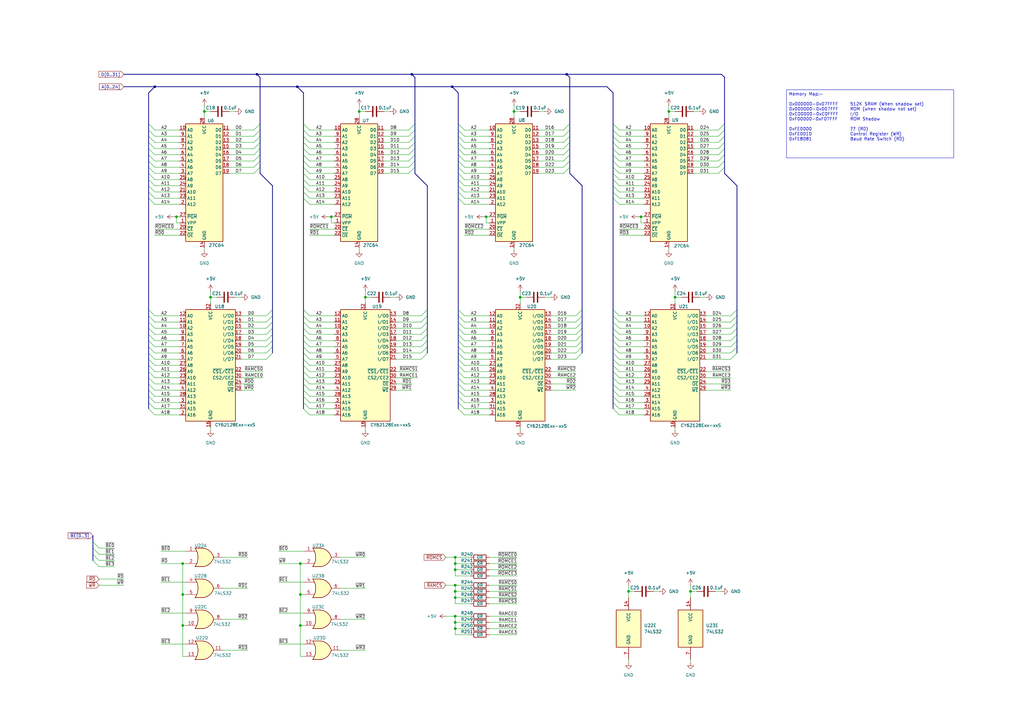
<source format=kicad_sch>
(kicad_sch (version 20250114) (generator "eeschema") (generator_version "9.0")
  (paper "A3")
  (title_block (title "NS32K Timewarp") (date "2025-10-30") (rev "1.1") (company "Dr Electro"))
  (text_box "Memory Map:-\n\n0x000000-0x07FFFF	512K SRAM (When shadow set)\n0x000000-0x007FFF	ROM (when shadow not set)\n0xC00000-0xC0FFFF	I/O		  	\n0xF00000-0xF07FFF 	ROM Shadow\n\n0xFE0000			?? (RD)\n0xFE0010			Control Register (WR)\n0xFE8081			Baud Rate Switch (RD)" (at 322.58 36.83 0) (size 68.58 27.94) (margins 0.9525 0.9525 0.9525 0.9525) (effects (font (size 1.27 1.27)) (justify left top)))
  (junction (at 123.19 243.84))
  (junction (at 72.39 88.9))
  (junction (at 262.89 88.9))
  (junction (at 186.69 257.81))
  (junction (at 283.21 242.57))
  (junction (at 123.19 256.54))
  (junction (at 147.32 45.72))
  (junction (at 74.93 243.84))
  (junction (at 149.86 121.92))
  (junction (at 186.69 245.11))
  (junction (at 257.81 242.57))
  (junction (at 199.39 88.9))
  (junction (at 213.36 121.92))
  (junction (at 186.69 231.14))
  (junction (at 185.42 35.56))
  (junction (at 186.69 242.57))
  (junction (at 83.82 45.72))
  (junction (at 186.69 228.6))
  (junction (at 123.19 231.14))
  (junction (at 121.92 35.56))
  (junction (at 186.69 240.03))
  (junction (at 186.69 255.27))
  (junction (at 63.5 35.56))
  (junction (at 276.86 121.92))
  (junction (at 186.69 233.68))
  (junction (at 135.89 88.9))
  (junction (at 168.91 30.48))
  (junction (at 186.69 252.73))
  (junction (at 86.36 121.92))
  (junction (at 274.32 45.72))
  (junction (at 210.82 45.72))
  (junction (at 232.41 30.48))
  (junction (at 105.41 30.48))
  (junction (at 74.93 231.14))
  (junction (at 74.93 256.54))
  (bus_entry (at 187.96 60.96) (size 2.54 2.54))
  (bus_entry (at 251.46 134.62) (size 2.54 2.54))
  (bus_entry (at 187.96 137.16) (size 2.54 2.54))
  (bus_entry (at 172.72 129.54) (size 2.54 -2.54))
  (bus_entry (at 251.46 73.66) (size 2.54 2.54))
  (bus_entry (at 251.46 129.54) (size 2.54 2.54))
  (bus_entry (at 251.46 142.24) (size 2.54 2.54))
  (bus_entry (at 124.46 147.32) (size 2.54 2.54))
  (bus_entry (at 104.14 55.88) (size 2.54 -2.54))
  (bus_entry (at 124.46 160.02) (size 2.54 2.54))
  (bus_entry (at 231.14 60.96) (size 2.54 -2.54))
  (bus_entry (at 251.46 132.08) (size 2.54 2.54))
  (bus_entry (at 60.96 60.96) (size 2.54 2.54))
  (bus_entry (at 299.72 129.54) (size 2.54 -2.54))
  (bus_entry (at 124.46 60.96) (size 2.54 2.54))
  (bus_entry (at 109.22 129.54) (size 2.54 -2.54))
  (bus_entry (at 251.46 154.94) (size 2.54 2.54))
  (bus_entry (at 60.96 58.42) (size 2.54 2.54))
  (bus_entry (at 60.96 154.94) (size 2.54 2.54))
  (bus_entry (at 60.96 50.8) (size 2.54 2.54))
  (bus_entry (at 236.22 132.08) (size 2.54 -2.54))
  (bus_entry (at 60.96 165.1) (size 2.54 2.54))
  (bus_entry (at 60.96 71.12) (size 2.54 2.54))
  (bus_entry (at 299.72 139.7) (size 2.54 -2.54))
  (bus_entry (at 294.64 58.42) (size 2.54 -2.54))
  (bus_entry (at 167.64 63.5) (size 2.54 -2.54))
  (bus_entry (at 60.96 78.74) (size 2.54 2.54))
  (bus_entry (at 187.96 144.78) (size 2.54 2.54))
  (bus_entry (at 251.46 68.58) (size 2.54 2.54))
  (bus_entry (at 104.14 58.42) (size 2.54 -2.54))
  (bus_entry (at 251.46 152.4) (size 2.54 2.54))
  (bus_entry (at 187.96 154.94) (size 2.54 2.54))
  (bus_entry (at 236.22 139.7) (size 2.54 -2.54))
  (bus_entry (at 172.72 137.16) (size 2.54 -2.54))
  (bus_entry (at 251.46 78.74) (size 2.54 2.54))
  (bus_entry (at 40.64 224.79) (size -2.54 -2.54))
  (bus_entry (at 167.64 53.34) (size 2.54 -2.54))
  (bus_entry (at 167.64 66.04) (size 2.54 -2.54))
  (bus_entry (at 251.46 162.56) (size 2.54 2.54))
  (bus_entry (at 172.72 134.62) (size 2.54 -2.54))
  (bus_entry (at 187.96 53.34) (size 2.54 2.54))
  (bus_entry (at 124.46 71.12) (size 2.54 2.54))
  (bus_entry (at 109.22 147.32) (size 2.54 -2.54))
  (bus_entry (at 251.46 147.32) (size 2.54 2.54))
  (bus_entry (at 251.46 167.64) (size 2.54 2.54))
  (bus_entry (at 187.96 132.08) (size 2.54 2.54))
  (bus_entry (at 124.46 142.24) (size 2.54 2.54))
  (bus_entry (at 124.46 132.08) (size 2.54 2.54))
  (bus_entry (at 124.46 157.48) (size 2.54 2.54))
  (bus_entry (at 187.96 134.62) (size 2.54 2.54))
  (bus_entry (at 187.96 147.32) (size 2.54 2.54))
  (bus_entry (at 60.96 160.02) (size 2.54 2.54))
  (bus_entry (at 60.96 73.66) (size 2.54 2.54))
  (bus_entry (at 109.22 137.16) (size 2.54 -2.54))
  (bus_entry (at 187.96 157.48) (size 2.54 2.54))
  (bus_entry (at 124.46 162.56) (size 2.54 2.54))
  (bus_entry (at 299.72 134.62) (size 2.54 -2.54))
  (bus_entry (at 231.14 53.34) (size 2.54 -2.54))
  (bus_entry (at 187.96 55.88) (size 2.54 2.54))
  (bus_entry (at 187.96 73.66) (size 2.54 2.54))
  (bus_entry (at 124.46 137.16) (size 2.54 2.54))
  (bus_entry (at 251.46 60.96) (size 2.54 2.54))
  (bus_entry (at 60.96 129.54) (size 2.54 2.54))
  (bus_entry (at 40.64 229.87) (size -2.54 -2.54))
  (bus_entry (at 231.14 66.04) (size 2.54 -2.54))
  (bus_entry (at 236.22 144.78) (size 2.54 -2.54))
  (bus_entry (at 109.22 132.08) (size 2.54 -2.54))
  (bus_entry (at 187.96 152.4) (size 2.54 2.54))
  (bus_entry (at 299.72 144.78) (size 2.54 -2.54))
  (bus_entry (at 104.14 63.5) (size 2.54 -2.54))
  (bus_entry (at 294.64 53.34) (size 2.54 -2.54))
  (bus_entry (at 187.96 165.1) (size 2.54 2.54))
  (bus_entry (at 124.46 81.28) (size 2.54 2.54))
  (bus_entry (at 124.46 139.7) (size 2.54 2.54))
  (bus_entry (at 251.46 127) (size 2.54 2.54))
  (bus_entry (at 187.96 139.7) (size 2.54 2.54))
  (bus_entry (at 236.22 137.16) (size 2.54 -2.54))
  (bus_entry (at 124.46 165.1) (size 2.54 2.54))
  (bus_entry (at 251.46 58.42) (size 2.54 2.54))
  (bus_entry (at 40.64 232.41) (size -2.54 -2.54))
  (bus_entry (at 60.96 66.04) (size 2.54 2.54))
  (bus_entry (at 251.46 55.88) (size 2.54 2.54))
  (bus_entry (at 231.14 63.5) (size 2.54 -2.54))
  (bus_entry (at 124.46 68.58) (size 2.54 2.54))
  (bus_entry (at 251.46 157.48) (size 2.54 2.54))
  (bus_entry (at 187.96 71.12) (size 2.54 2.54))
  (bus_entry (at 236.22 129.54) (size 2.54 -2.54))
  (bus_entry (at 172.72 144.78) (size 2.54 -2.54))
  (bus_entry (at 109.22 144.78) (size 2.54 -2.54))
  (bus_entry (at 124.46 53.34) (size 2.54 2.54))
  (bus_entry (at 299.72 132.08) (size 2.54 -2.54))
  (bus_entry (at 104.14 71.12) (size 2.54 -2.54))
  (bus_entry (at 294.64 55.88) (size 2.54 -2.54))
  (bus_entry (at 124.46 66.04) (size 2.54 2.54))
  (bus_entry (at 124.46 144.78) (size 2.54 2.54))
  (bus_entry (at 187.96 127) (size 2.54 2.54))
  (bus_entry (at 294.64 63.5) (size 2.54 -2.54))
  (bus_entry (at 294.64 68.58) (size 2.54 -2.54))
  (bus_entry (at 231.14 58.42) (size 2.54 -2.54))
  (bus_entry (at 231.14 68.58) (size 2.54 -2.54))
  (bus_entry (at 60.96 127) (size 2.54 2.54))
  (bus_entry (at 109.22 134.62) (size 2.54 -2.54))
  (bus_entry (at 60.96 149.86) (size 2.54 2.54))
  (bus_entry (at 124.46 63.5) (size 2.54 2.54))
  (bus_entry (at 109.22 139.7) (size 2.54 -2.54))
  (bus_entry (at 251.46 139.7) (size 2.54 2.54))
  (bus_entry (at 124.46 73.66) (size 2.54 2.54))
  (bus_entry (at 124.46 127) (size 2.54 2.54))
  (bus_entry (at 40.64 227.33) (size -2.54 -2.54))
  (bus_entry (at 104.14 68.58) (size 2.54 -2.54))
  (bus_entry (at 236.22 142.24) (size 2.54 -2.54))
  (bus_entry (at 299.72 137.16) (size 2.54 -2.54))
  (bus_entry (at 187.96 50.8) (size 2.54 2.54))
  (bus_entry (at 187.96 162.56) (size 2.54 2.54))
  (bus_entry (at 60.96 81.28) (size 2.54 2.54))
  (bus_entry (at 251.46 160.02) (size 2.54 2.54))
  (bus_entry (at 251.46 76.2) (size 2.54 2.54))
  (bus_entry (at 60.96 147.32) (size 2.54 2.54))
  (bus_entry (at 294.64 66.04) (size 2.54 -2.54))
  (bus_entry (at 187.96 129.54) (size 2.54 2.54))
  (bus_entry (at 60.96 167.64) (size 2.54 2.54))
  (bus_entry (at 124.46 76.2) (size 2.54 2.54))
  (bus_entry (at 251.46 81.28) (size 2.54 2.54))
  (bus_entry (at 104.14 53.34) (size 2.54 -2.54))
  (bus_entry (at 60.96 152.4) (size 2.54 2.54))
  (bus_entry (at 60.96 134.62) (size 2.54 2.54))
  (bus_entry (at 124.46 152.4) (size 2.54 2.54))
  (bus_entry (at 236.22 147.32) (size 2.54 -2.54))
  (bus_entry (at 251.46 53.34) (size 2.54 2.54))
  (bus_entry (at 187.96 66.04) (size 2.54 2.54))
  (bus_entry (at 167.64 71.12) (size 2.54 -2.54))
  (bus_entry (at 60.96 76.2) (size 2.54 2.54))
  (bus_entry (at 251.46 63.5) (size 2.54 2.54))
  (bus_entry (at 60.96 142.24) (size 2.54 2.54))
  (bus_entry (at 167.64 68.58) (size 2.54 -2.54))
  (bus_entry (at 60.96 139.7) (size 2.54 2.54))
  (bus_entry (at 299.72 142.24) (size 2.54 -2.54))
  (bus_entry (at 187.96 76.2) (size 2.54 2.54))
  (bus_entry (at 251.46 144.78) (size 2.54 2.54))
  (bus_entry (at 104.14 60.96) (size 2.54 -2.54))
  (bus_entry (at 294.64 71.12) (size 2.54 -2.54))
  (bus_entry (at 236.22 134.62) (size 2.54 -2.54))
  (bus_entry (at 187.96 81.28) (size 2.54 2.54))
  (bus_entry (at 231.14 71.12) (size 2.54 -2.54))
  (bus_entry (at 187.96 149.86) (size 2.54 2.54))
  (bus_entry (at 251.46 165.1) (size 2.54 2.54))
  (bus_entry (at 124.46 78.74) (size 2.54 2.54))
  (bus_entry (at 60.96 162.56) (size 2.54 2.54))
  (bus_entry (at 299.72 147.32) (size 2.54 -2.54))
  (bus_entry (at 60.96 157.48) (size 2.54 2.54))
  (bus_entry (at 124.46 50.8) (size 2.54 2.54))
  (bus_entry (at 172.72 142.24) (size 2.54 -2.54))
  (bus_entry (at 124.46 58.42) (size 2.54 2.54))
  (bus_entry (at 251.46 66.04) (size 2.54 2.54))
  (bus_entry (at 124.46 154.94) (size 2.54 2.54))
  (bus_entry (at 251.46 71.12) (size 2.54 2.54))
  (bus_entry (at 187.96 142.24) (size 2.54 2.54))
  (bus_entry (at 167.64 55.88) (size 2.54 -2.54))
  (bus_entry (at 187.96 68.58) (size 2.54 2.54))
  (bus_entry (at 104.14 66.04) (size 2.54 -2.54))
  (bus_entry (at 187.96 160.02) (size 2.54 2.54))
  (bus_entry (at 167.64 58.42) (size 2.54 -2.54))
  (bus_entry (at 124.46 149.86) (size 2.54 2.54))
  (bus_entry (at 172.72 132.08) (size 2.54 -2.54))
  (bus_entry (at 231.14 55.88) (size 2.54 -2.54))
  (bus_entry (at 167.64 60.96) (size 2.54 -2.54))
  (bus_entry (at 60.96 53.34) (size 2.54 2.54))
  (bus_entry (at 172.72 139.7) (size 2.54 -2.54))
  (bus_entry (at 251.46 50.8) (size 2.54 2.54))
  (bus_entry (at 187.96 78.74) (size 2.54 2.54))
  (bus_entry (at 60.96 68.58) (size 2.54 2.54))
  (bus_entry (at 251.46 137.16) (size 2.54 2.54))
  (bus_entry (at 294.64 60.96) (size 2.54 -2.54))
  (bus_entry (at 124.46 167.64) (size 2.54 2.54))
  (bus_entry (at 60.96 55.88) (size 2.54 2.54))
  (bus_entry (at 124.46 134.62) (size 2.54 2.54))
  (bus_entry (at 60.96 132.08) (size 2.54 2.54))
  (bus_entry (at 124.46 129.54) (size 2.54 2.54))
  (bus_entry (at 187.96 63.5) (size 2.54 2.54))
  (bus_entry (at 109.22 142.24) (size 2.54 -2.54))
  (bus_entry (at 60.96 63.5) (size 2.54 2.54))
  (bus_entry (at 187.96 167.64) (size 2.54 2.54))
  (bus_entry (at 172.72 147.32) (size 2.54 -2.54))
  (bus_entry (at 124.46 55.88) (size 2.54 2.54))
  (bus_entry (at 187.96 58.42) (size 2.54 2.54))
  (bus_entry (at 251.46 149.86) (size 2.54 2.54))
  (bus_entry (at 60.96 137.16) (size 2.54 2.54))
  (bus_entry (at 60.96 144.78) (size 2.54 2.54))
  (bus (pts (xy 187.96 71.12) (xy 187.96 68.58)))
  (wire (pts (xy 114.3 251.46) (xy 124.46 251.46)))
  (wire (pts (xy 63.5 71.12) (xy 73.66 71.12)))
  (bus (pts (xy 175.26 132.08) (xy 175.26 129.54)))
  (bus (pts (xy 60.96 76.2) (xy 60.96 78.74)))
  (wire (pts (xy 72.39 88.9) (xy 73.66 88.9)))
  (wire (pts (xy 200.66 247.65) (xy 212.09 247.65)))
  (wire (pts (xy 276.86 119.38) (xy 276.86 121.92)))
  (wire (pts (xy 182.88 228.6) (xy 186.69 228.6)))
  (bus (pts (xy 111.76 76.2) (xy 106.68 71.12)))
  (wire (pts (xy 190.5 76.2) (xy 200.66 76.2)))
  (wire (pts (xy 254 144.78) (xy 264.16 144.78)))
  (wire (pts (xy 127 152.4) (xy 137.16 152.4)))
  (wire (pts (xy 127 160.02) (xy 137.16 160.02)))
  (wire (pts (xy 190.5 53.34) (xy 200.66 53.34)))
  (wire (pts (xy 190.5 152.4) (xy 200.66 152.4)))
  (bus (pts (xy 233.68 60.96) (xy 233.68 58.42)))
  (wire (pts (xy 289.56 129.54) (xy 299.72 129.54)))
  (bus (pts (xy 111.76 137.16) (xy 111.76 134.62)))
  (wire (pts (xy 254 58.42) (xy 264.16 58.42)))
  (bus (pts (xy 251.46 73.66) (xy 251.46 76.2)))
  (wire (pts (xy 284.48 53.34) (xy 294.64 53.34)))
  (wire (pts (xy 254 154.94) (xy 264.16 154.94)))
  (bus (pts (xy 175.26 139.7) (xy 175.26 137.16)))
  (wire (pts (xy 63.5 137.16) (xy 73.66 137.16)))
  (bus (pts (xy 60.96 78.74) (xy 60.96 81.28)))
  (wire (pts (xy 96.52 121.92) (xy 99.06 121.92)))
  (wire (pts (xy 213.36 119.38) (xy 213.36 121.92)))
  (bus (pts (xy 187.96 144.78) (xy 187.96 142.24)))
  (bus (pts (xy 175.26 76.2) (xy 170.18 71.12)))
  (bus (pts (xy 233.68 71.12) (xy 233.68 68.58)))
  (wire (pts (xy 182.88 240.03) (xy 186.69 240.03)))
  (wire (pts (xy 190.5 162.56) (xy 200.66 162.56)))
  (bus (pts (xy 251.46 127) (xy 251.46 129.54)))
  (wire (pts (xy 289.56 147.32) (xy 299.72 147.32)))
  (wire (pts (xy 186.69 240.03) (xy 193.04 240.03)))
  (wire (pts (xy 257.81 242.57) (xy 260.35 242.57)))
  (bus (pts (xy 124.46 78.74) (xy 124.46 76.2)))
  (bus (pts (xy 111.76 142.24) (xy 111.76 139.7)))
  (bus (pts (xy 238.76 139.7) (xy 238.76 137.16)))
  (bus (pts (xy 187.96 66.04) (xy 187.96 63.5)))
  (wire (pts (xy 40.64 227.33) (xy 46.99 227.33)))
  (wire (pts (xy 162.56 132.08) (xy 172.72 132.08)))
  (wire (pts (xy 182.88 252.73) (xy 186.69 252.73)))
  (wire (pts (xy 254 129.54) (xy 264.16 129.54)))
  (bus (pts (xy 251.46 50.8) (xy 251.46 53.34)))
  (wire (pts (xy 63.5 55.88) (xy 73.66 55.88)))
  (wire (pts (xy 91.44 228.6) (xy 101.6 228.6)))
  (wire (pts (xy 226.06 160.02) (xy 236.22 160.02)))
  (bus (pts (xy 121.92 35.56) (xy 185.42 35.56)))
  (wire (pts (xy 190.5 149.86) (xy 200.66 149.86)))
  (wire (pts (xy 274.32 101.6) (xy 274.32 102.87)))
  (wire (pts (xy 186.69 252.73) (xy 193.04 252.73)))
  (wire (pts (xy 127 78.74) (xy 137.16 78.74)))
  (wire (pts (xy 186.69 228.6) (xy 186.69 231.14)))
  (wire (pts (xy 162.56 144.78) (xy 172.72 144.78)))
  (bus (pts (xy 238.76 76.2) (xy 233.68 71.12)))
  (bus (pts (xy 124.46 58.42) (xy 124.46 55.88)))
  (wire (pts (xy 93.98 60.96) (xy 104.14 60.96)))
  (bus (pts (xy 170.18 60.96) (xy 170.18 58.42)))
  (wire (pts (xy 114.3 226.06) (xy 124.46 226.06)))
  (bus (pts (xy 124.46 134.62) (xy 124.46 132.08)))
  (wire (pts (xy 99.06 134.62) (xy 109.22 134.62)))
  (wire (pts (xy 149.86 121.92) (xy 152.4 121.92)))
  (wire (pts (xy 190.5 71.12) (xy 200.66 71.12)))
  (bus (pts (xy 302.26 129.54) (xy 302.26 127)))
  (wire (pts (xy 127 68.58) (xy 137.16 68.58)))
  (wire (pts (xy 226.06 154.94) (xy 236.22 154.94)))
  (bus (pts (xy 124.46 73.66) (xy 124.46 71.12)))
  (wire (pts (xy 190.5 68.58) (xy 200.66 68.58)))
  (bus (pts (xy 60.96 127) (xy 60.96 129.54)))
  (wire (pts (xy 254 162.56) (xy 264.16 162.56)))
  (bus (pts (xy 251.46 139.7) (xy 251.46 142.24)))
  (wire (pts (xy 127 63.5) (xy 137.16 63.5)))
  (wire (pts (xy 93.98 71.12) (xy 104.14 71.12)))
  (bus (pts (xy 233.68 68.58) (xy 233.68 66.04)))
  (wire (pts (xy 83.82 45.72) (xy 86.36 45.72)))
  (bus (pts (xy 124.46 38.1) (xy 121.92 35.56)))
  (bus (pts (xy 60.96 147.32) (xy 60.96 149.86)))
  (bus (pts (xy 106.68 53.34) (xy 106.68 50.8)))
  (wire (pts (xy 74.93 231.14) (xy 76.2 231.14)))
  (bus (pts (xy 233.68 31.75) (xy 232.41 30.48)))
  (wire (pts (xy 127 144.78) (xy 137.16 144.78)))
  (wire (pts (xy 162.56 142.24) (xy 172.72 142.24)))
  (bus (pts (xy 251.46 81.28) (xy 251.46 127)))
  (bus (pts (xy 233.68 55.88) (xy 233.68 53.34)))
  (wire (pts (xy 139.7 228.6) (xy 149.86 228.6)))
  (wire (pts (xy 127 147.32) (xy 137.16 147.32)))
  (wire (pts (xy 99.06 144.78) (xy 109.22 144.78)))
  (wire (pts (xy 254 76.2) (xy 264.16 76.2)))
  (bus (pts (xy 38.1 227.33) (xy 38.1 229.87)))
  (wire (pts (xy 190.5 167.64) (xy 200.66 167.64)))
  (wire (pts (xy 86.36 121.92) (xy 88.9 121.92)))
  (wire (pts (xy 254 66.04) (xy 264.16 66.04)))
  (wire (pts (xy 200.66 231.14) (xy 212.09 231.14)))
  (wire (pts (xy 74.93 243.84) (xy 76.2 243.84)))
  (wire (pts (xy 200.66 252.73) (xy 212.09 252.73)))
  (wire (pts (xy 190.5 83.82) (xy 200.66 83.82)))
  (wire (pts (xy 284.48 68.58) (xy 294.64 68.58)))
  (bus (pts (xy 111.76 139.7) (xy 111.76 137.16)))
  (bus (pts (xy 187.96 53.34) (xy 187.96 50.8)))
  (wire (pts (xy 186.69 252.73) (xy 186.69 255.27)))
  (bus (pts (xy 124.46 66.04) (xy 124.46 63.5)))
  (wire (pts (xy 190.5 129.54) (xy 200.66 129.54)))
  (bus (pts (xy 251.46 66.04) (xy 251.46 68.58)))
  (wire (pts (xy 200.66 236.22) (xy 212.09 236.22)))
  (bus (pts (xy 185.42 35.56) (xy 248.92 35.56)))
  (wire (pts (xy 123.19 231.14) (xy 124.46 231.14)))
  (wire (pts (xy 74.93 269.24) (xy 76.2 269.24)))
  (bus (pts (xy 106.68 60.96) (xy 106.68 58.42)))
  (wire (pts (xy 186.69 240.03) (xy 186.69 242.57)))
  (bus (pts (xy 251.46 144.78) (xy 251.46 147.32)))
  (wire (pts (xy 74.93 256.54) (xy 76.2 256.54)))
  (wire (pts (xy 162.56 152.4) (xy 171.45 152.4)))
  (bus (pts (xy 251.46 58.42) (xy 251.46 60.96)))
  (bus (pts (xy 238.76 127) (xy 238.76 76.2)))
  (wire (pts (xy 223.52 121.92) (xy 226.06 121.92)))
  (bus (pts (xy 302.26 142.24) (xy 302.26 139.7)))
  (wire (pts (xy 186.69 245.11) (xy 193.04 245.11)))
  (wire (pts (xy 199.39 88.9) (xy 199.39 91.44)))
  (wire (pts (xy 220.98 68.58) (xy 231.14 68.58)))
  (wire (pts (xy 220.98 66.04) (xy 231.14 66.04)))
  (wire (pts (xy 157.48 55.88) (xy 167.64 55.88)))
  (bus (pts (xy 60.96 137.16) (xy 60.96 139.7)))
  (bus (pts (xy 233.68 58.42) (xy 233.68 55.88)))
  (wire (pts (xy 254 142.24) (xy 264.16 142.24)))
  (wire (pts (xy 127 66.04) (xy 137.16 66.04)))
  (wire (pts (xy 254 160.02) (xy 264.16 160.02)))
  (bus (pts (xy 251.46 129.54) (xy 251.46 132.08)))
  (bus (pts (xy 187.96 152.4) (xy 187.96 149.86)))
  (bus (pts (xy 60.96 53.34) (xy 60.96 55.88)))
  (bus (pts (xy 50.8 30.48) (xy 105.41 30.48)))
  (wire (pts (xy 157.48 63.5) (xy 167.64 63.5)))
  (bus (pts (xy 251.46 53.34) (xy 251.46 55.88)))
  (wire (pts (xy 157.48 45.72) (xy 160.02 45.72)))
  (bus (pts (xy 60.96 73.66) (xy 60.96 76.2)))
  (wire (pts (xy 289.56 137.16) (xy 299.72 137.16)))
  (bus (pts (xy 50.8 35.56) (xy 63.5 35.56)))
  (wire (pts (xy 186.69 255.27) (xy 186.69 257.81)))
  (wire (pts (xy 99.06 147.32) (xy 109.22 147.32)))
  (wire (pts (xy 127 73.66) (xy 137.16 73.66)))
  (wire (pts (xy 162.56 137.16) (xy 172.72 137.16)))
  (bus (pts (xy 106.68 66.04) (xy 106.68 63.5)))
  (bus (pts (xy 297.18 71.12) (xy 297.18 68.58)))
  (wire (pts (xy 149.86 119.38) (xy 149.86 121.92)))
  (wire (pts (xy 262.89 88.9) (xy 264.16 88.9)))
  (wire (pts (xy 186.69 260.35) (xy 193.04 260.35)))
  (bus (pts (xy 111.76 134.62) (xy 111.76 132.08)))
  (wire (pts (xy 63.5 154.94) (xy 73.66 154.94)))
  (wire (pts (xy 63.5 53.34) (xy 73.66 53.34)))
  (bus (pts (xy 124.46 127) (xy 124.46 81.28)))
  (wire (pts (xy 190.5 144.78) (xy 200.66 144.78)))
  (bus (pts (xy 170.18 68.58) (xy 170.18 66.04)))
  (wire (pts (xy 127 58.42) (xy 137.16 58.42)))
  (wire (pts (xy 210.82 101.6) (xy 210.82 102.87)))
  (wire (pts (xy 190.5 157.48) (xy 200.66 157.48)))
  (wire (pts (xy 226.06 147.32) (xy 236.22 147.32)))
  (bus (pts (xy 251.46 160.02) (xy 251.46 162.56)))
  (wire (pts (xy 71.12 88.9) (xy 72.39 88.9)))
  (wire (pts (xy 254 134.62) (xy 264.16 134.62)))
  (wire (pts (xy 127 139.7) (xy 137.16 139.7)))
  (bus (pts (xy 170.18 50.8) (xy 170.18 31.75)))
  (wire (pts (xy 99.06 154.94) (xy 107.95 154.94)))
  (wire (pts (xy 123.19 256.54) (xy 124.46 256.54)))
  (bus (pts (xy 238.76 129.54) (xy 238.76 127)))
  (wire (pts (xy 40.64 229.87) (xy 46.99 229.87)))
  (wire (pts (xy 157.48 58.42) (xy 167.64 58.42)))
  (bus (pts (xy 106.68 58.42) (xy 106.68 55.88)))
  (bus (pts (xy 187.96 76.2) (xy 187.96 73.66)))
  (bus (pts (xy 187.96 50.8) (xy 187.96 38.1)))
  (wire (pts (xy 289.56 134.62) (xy 299.72 134.62)))
  (wire (pts (xy 63.5 162.56) (xy 73.66 162.56)))
  (wire (pts (xy 254 170.18) (xy 264.16 170.18)))
  (bus (pts (xy 60.96 38.1) (xy 60.96 50.8)))
  (bus (pts (xy 38.1 224.79) (xy 38.1 227.33)))
  (wire (pts (xy 289.56 160.02) (xy 299.72 160.02)))
  (bus (pts (xy 124.46 55.88) (xy 124.46 53.34)))
  (wire (pts (xy 40.64 237.49) (xy 50.8 237.49)))
  (wire (pts (xy 254 147.32) (xy 264.16 147.32)))
  (bus (pts (xy 60.96 68.58) (xy 60.96 71.12)))
  (wire (pts (xy 220.98 63.5) (xy 231.14 63.5)))
  (wire (pts (xy 198.12 88.9) (xy 199.39 88.9)))
  (bus (pts (xy 187.96 149.86) (xy 187.96 147.32)))
  (bus (pts (xy 124.46 160.02) (xy 124.46 157.48)))
  (wire (pts (xy 284.48 58.42) (xy 294.64 58.42)))
  (wire (pts (xy 274.32 45.72) (xy 274.32 48.26)))
  (bus (pts (xy 248.92 35.56) (xy 251.46 38.1)))
  (wire (pts (xy 186.69 255.27) (xy 193.04 255.27)))
  (wire (pts (xy 190.5 165.1) (xy 200.66 165.1)))
  (wire (pts (xy 127 53.34) (xy 137.16 53.34)))
  (wire (pts (xy 114.3 264.16) (xy 124.46 264.16)))
  (wire (pts (xy 127 157.48) (xy 137.16 157.48)))
  (bus (pts (xy 187.96 167.64) (xy 187.96 165.1)))
  (wire (pts (xy 186.69 242.57) (xy 193.04 242.57)))
  (wire (pts (xy 254 139.7) (xy 264.16 139.7)))
  (wire (pts (xy 274.32 45.72) (xy 276.86 45.72)))
  (wire (pts (xy 276.86 121.92) (xy 276.86 124.46)))
  (bus (pts (xy 168.91 30.48) (xy 232.41 30.48)))
  (wire (pts (xy 276.86 175.26) (xy 276.86 176.53)))
  (wire (pts (xy 254 78.74) (xy 264.16 78.74)))
  (bus (pts (xy 251.46 132.08) (xy 251.46 134.62)))
  (wire (pts (xy 276.86 121.92) (xy 279.4 121.92)))
  (bus (pts (xy 297.18 63.5) (xy 297.18 60.96)))
  (wire (pts (xy 254 63.5) (xy 264.16 63.5)))
  (wire (pts (xy 190.5 78.74) (xy 200.66 78.74)))
  (wire (pts (xy 63.5 152.4) (xy 73.66 152.4)))
  (wire (pts (xy 63.5 66.04) (xy 73.66 66.04)))
  (bus (pts (xy 232.41 30.48) (xy 295.91 30.48)))
  (bus (pts (xy 60.96 55.88) (xy 60.96 58.42)))
  (wire (pts (xy 63.5 167.64) (xy 73.66 167.64)))
  (wire (pts (xy 63.5 170.18) (xy 73.66 170.18)))
  (wire (pts (xy 63.5 144.78) (xy 73.66 144.78)))
  (wire (pts (xy 254 68.58) (xy 264.16 68.58)))
  (wire (pts (xy 127 142.24) (xy 137.16 142.24)))
  (wire (pts (xy 200.66 260.35) (xy 212.09 260.35)))
  (wire (pts (xy 139.7 241.3) (xy 149.86 241.3)))
  (wire (pts (xy 91.44 241.3) (xy 101.6 241.3)))
  (wire (pts (xy 289.56 157.48) (xy 299.72 157.48)))
  (bus (pts (xy 60.96 132.08) (xy 60.96 134.62)))
  (wire (pts (xy 127 71.12) (xy 137.16 71.12)))
  (bus (pts (xy 297.18 50.8) (xy 297.18 31.75)))
  (wire (pts (xy 186.69 231.14) (xy 193.04 231.14)))
  (bus (pts (xy 106.68 55.88) (xy 106.68 53.34)))
  (wire (pts (xy 254 55.88) (xy 264.16 55.88)))
  (bus (pts (xy 60.96 139.7) (xy 60.96 142.24)))
  (wire (pts (xy 254 96.52) (xy 264.16 96.52)))
  (wire (pts (xy 190.5 147.32) (xy 200.66 147.32)))
  (wire (pts (xy 127 149.86) (xy 137.16 149.86)))
  (wire (pts (xy 190.5 55.88) (xy 200.66 55.88)))
  (wire (pts (xy 93.98 66.04) (xy 104.14 66.04)))
  (bus (pts (xy 124.46 76.2) (xy 124.46 73.66)))
  (bus (pts (xy 175.26 129.54) (xy 175.26 127)))
  (wire (pts (xy 226.06 137.16) (xy 236.22 137.16)))
  (wire (pts (xy 257.81 242.57) (xy 257.81 245.11)))
  (wire (pts (xy 190.5 139.7) (xy 200.66 139.7)))
  (wire (pts (xy 213.36 175.26) (xy 213.36 176.53)))
  (bus (pts (xy 233.68 63.5) (xy 233.68 60.96)))
  (wire (pts (xy 123.19 243.84) (xy 124.46 243.84)))
  (wire (pts (xy 186.69 242.57) (xy 186.69 245.11)))
  (bus (pts (xy 124.46 165.1) (xy 124.46 162.56)))
  (wire (pts (xy 63.5 139.7) (xy 73.66 139.7)))
  (wire (pts (xy 114.3 231.14) (xy 123.19 231.14)))
  (bus (pts (xy 124.46 60.96) (xy 124.46 58.42)))
  (wire (pts (xy 186.69 233.68) (xy 193.04 233.68)))
  (bus (pts (xy 111.76 132.08) (xy 111.76 129.54)))
  (bus (pts (xy 187.96 165.1) (xy 187.96 162.56)))
  (bus (pts (xy 187.96 68.58) (xy 187.96 66.04)))
  (wire (pts (xy 284.48 66.04) (xy 294.64 66.04)))
  (wire (pts (xy 190.5 58.42) (xy 200.66 58.42)))
  (bus (pts (xy 187.96 157.48) (xy 187.96 154.94)))
  (wire (pts (xy 40.64 232.41) (xy 46.99 232.41)))
  (wire (pts (xy 86.36 175.26) (xy 86.36 176.53)))
  (wire (pts (xy 72.39 88.9) (xy 72.39 91.44)))
  (wire (pts (xy 254 60.96) (xy 264.16 60.96)))
  (wire (pts (xy 63.5 68.58) (xy 73.66 68.58)))
  (wire (pts (xy 162.56 134.62) (xy 172.72 134.62)))
  (wire (pts (xy 226.06 132.08) (xy 236.22 132.08)))
  (bus (pts (xy 251.46 157.48) (xy 251.46 160.02)))
  (bus (pts (xy 297.18 55.88) (xy 297.18 53.34)))
  (bus (pts (xy 302.26 139.7) (xy 302.26 137.16)))
  (bus (pts (xy 187.96 55.88) (xy 187.96 53.34)))
  (bus (pts (xy 124.46 129.54) (xy 124.46 127)))
  (wire (pts (xy 254 53.34) (xy 264.16 53.34)))
  (wire (pts (xy 226.06 152.4) (xy 236.22 152.4)))
  (wire (pts (xy 226.06 142.24) (xy 236.22 142.24)))
  (wire (pts (xy 289.56 144.78) (xy 299.72 144.78)))
  (bus (pts (xy 175.26 144.78) (xy 175.26 142.24)))
  (wire (pts (xy 63.5 157.48) (xy 73.66 157.48)))
  (wire (pts (xy 220.98 55.88) (xy 231.14 55.88)))
  (bus (pts (xy 170.18 31.75) (xy 168.91 30.48)))
  (bus (pts (xy 233.68 53.34) (xy 233.68 50.8)))
  (wire (pts (xy 127 132.08) (xy 137.16 132.08)))
  (wire (pts (xy 93.98 45.72) (xy 96.52 45.72)))
  (bus (pts (xy 106.68 63.5) (xy 106.68 60.96)))
  (wire (pts (xy 149.86 121.92) (xy 149.86 124.46)))
  (wire (pts (xy 157.48 68.58) (xy 167.64 68.58)))
  (bus (pts (xy 60.96 165.1) (xy 60.96 167.64)))
  (wire (pts (xy 186.69 231.14) (xy 186.69 233.68)))
  (wire (pts (xy 63.5 76.2) (xy 73.66 76.2)))
  (wire (pts (xy 254 132.08) (xy 264.16 132.08)))
  (wire (pts (xy 123.19 243.84) (xy 123.19 256.54)))
  (wire (pts (xy 274.32 43.18) (xy 274.32 45.72)))
  (bus (pts (xy 60.96 38.1) (xy 63.5 35.56)))
  (wire (pts (xy 86.36 119.38) (xy 86.36 121.92)))
  (bus (pts (xy 187.96 134.62) (xy 187.96 132.08)))
  (wire (pts (xy 63.5 93.98) (xy 73.66 93.98)))
  (wire (pts (xy 127 55.88) (xy 137.16 55.88)))
  (wire (pts (xy 40.64 224.79) (xy 46.99 224.79)))
  (wire (pts (xy 213.36 121.92) (xy 215.9 121.92)))
  (wire (pts (xy 162.56 160.02) (xy 168.91 160.02)))
  (wire (pts (xy 99.06 139.7) (xy 109.22 139.7)))
  (wire (pts (xy 186.69 236.22) (xy 193.04 236.22)))
  (wire (pts (xy 284.48 45.72) (xy 287.02 45.72)))
  (bus (pts (xy 187.96 160.02) (xy 187.96 157.48)))
  (wire (pts (xy 147.32 45.72) (xy 149.86 45.72)))
  (wire (pts (xy 186.69 228.6) (xy 193.04 228.6)))
  (bus (pts (xy 124.46 142.24) (xy 124.46 139.7)))
  (bus (pts (xy 187.96 147.32) (xy 187.96 144.78)))
  (bus (pts (xy 124.46 147.32) (xy 124.46 144.78)))
  (wire (pts (xy 254 157.48) (xy 264.16 157.48)))
  (bus (pts (xy 60.96 160.02) (xy 60.96 162.56)))
  (bus (pts (xy 187.96 73.66) (xy 187.96 71.12)))
  (bus (pts (xy 124.46 71.12) (xy 124.46 68.58)))
  (wire (pts (xy 226.06 134.62) (xy 236.22 134.62)))
  (bus (pts (xy 60.96 129.54) (xy 60.96 132.08)))
  (wire (pts (xy 127 137.16) (xy 137.16 137.16)))
  (bus (pts (xy 302.26 144.78) (xy 302.26 142.24)))
  (wire (pts (xy 162.56 154.94) (xy 171.45 154.94)))
  (wire (pts (xy 254 152.4) (xy 264.16 152.4)))
  (wire (pts (xy 66.04 226.06) (xy 76.2 226.06)))
  (wire (pts (xy 66.04 251.46) (xy 76.2 251.46)))
  (bus (pts (xy 106.68 50.8) (xy 106.68 31.75)))
  (wire (pts (xy 83.82 45.72) (xy 83.82 48.26)))
  (wire (pts (xy 287.02 121.92) (xy 289.56 121.92)))
  (wire (pts (xy 139.7 266.7) (xy 149.86 266.7)))
  (bus (pts (xy 238.76 137.16) (xy 238.76 134.62)))
  (bus (pts (xy 251.46 162.56) (xy 251.46 165.1)))
  (bus (pts (xy 111.76 129.54) (xy 111.76 127)))
  (wire (pts (xy 66.04 231.14) (xy 74.93 231.14)))
  (wire (pts (xy 283.21 242.57) (xy 285.75 242.57)))
  (bus (pts (xy 60.96 142.24) (xy 60.96 144.78)))
  (wire (pts (xy 93.98 58.42) (xy 104.14 58.42)))
  (wire (pts (xy 254 73.66) (xy 264.16 73.66)))
  (wire (pts (xy 157.48 53.34) (xy 167.64 53.34)))
  (bus (pts (xy 251.46 152.4) (xy 251.46 154.94)))
  (bus (pts (xy 302.26 127) (xy 302.26 76.2)))
  (wire (pts (xy 284.48 71.12) (xy 294.64 71.12)))
  (wire (pts (xy 63.5 165.1) (xy 73.66 165.1)))
  (bus (pts (xy 297.18 58.42) (xy 297.18 55.88)))
  (bus (pts (xy 251.46 68.58) (xy 251.46 71.12)))
  (wire (pts (xy 127 162.56) (xy 137.16 162.56)))
  (bus (pts (xy 187.96 129.54) (xy 187.96 127)))
  (wire (pts (xy 220.98 53.34) (xy 231.14 53.34)))
  (wire (pts (xy 93.98 55.88) (xy 104.14 55.88)))
  (wire (pts (xy 200.66 233.68) (xy 212.09 233.68)))
  (wire (pts (xy 190.5 134.62) (xy 200.66 134.62)))
  (wire (pts (xy 93.98 53.34) (xy 104.14 53.34)))
  (bus (pts (xy 124.46 50.8) (xy 124.46 38.1)))
  (bus (pts (xy 187.96 78.74) (xy 187.96 76.2)))
  (bus (pts (xy 60.96 58.42) (xy 60.96 60.96)))
  (wire (pts (xy 254 167.64) (xy 264.16 167.64)))
  (bus (pts (xy 238.76 132.08) (xy 238.76 129.54)))
  (bus (pts (xy 124.46 149.86) (xy 124.46 147.32)))
  (bus (pts (xy 251.46 147.32) (xy 251.46 149.86)))
  (wire (pts (xy 127 129.54) (xy 137.16 129.54)))
  (bus (pts (xy 106.68 31.75) (xy 105.41 30.48)))
  (wire (pts (xy 123.19 256.54) (xy 123.19 269.24)))
  (wire (pts (xy 200.66 257.81) (xy 212.09 257.81)))
  (wire (pts (xy 91.44 254) (xy 101.6 254)))
  (wire (pts (xy 289.56 142.24) (xy 299.72 142.24)))
  (wire (pts (xy 127 167.64) (xy 137.16 167.64)))
  (wire (pts (xy 283.21 270.51) (xy 283.21 271.78)))
  (wire (pts (xy 186.69 233.68) (xy 186.69 236.22)))
  (wire (pts (xy 63.5 147.32) (xy 73.66 147.32)))
  (bus (pts (xy 251.46 78.74) (xy 251.46 81.28)))
  (bus (pts (xy 187.96 162.56) (xy 187.96 160.02)))
  (wire (pts (xy 284.48 60.96) (xy 294.64 60.96)))
  (wire (pts (xy 63.5 132.08) (xy 73.66 132.08)))
  (wire (pts (xy 289.56 139.7) (xy 299.72 139.7)))
  (wire (pts (xy 162.56 147.32) (xy 172.72 147.32)))
  (bus (pts (xy 170.18 66.04) (xy 170.18 63.5)))
  (bus (pts (xy 124.46 53.34) (xy 124.46 50.8)))
  (bus (pts (xy 251.46 38.1) (xy 251.46 50.8)))
  (wire (pts (xy 254 83.82) (xy 264.16 83.82)))
  (bus (pts (xy 302.26 134.62) (xy 302.26 132.08)))
  (wire (pts (xy 72.39 91.44) (xy 73.66 91.44)))
  (bus (pts (xy 124.46 167.64) (xy 124.46 165.1)))
  (bus (pts (xy 187.96 142.24) (xy 187.96 139.7)))
  (wire (pts (xy 186.69 257.81) (xy 186.69 260.35)))
  (bus (pts (xy 175.26 127) (xy 175.26 76.2)))
  (bus (pts (xy 105.41 30.48) (xy 168.91 30.48)))
  (wire (pts (xy 190.5 63.5) (xy 200.66 63.5)))
  (bus (pts (xy 251.46 137.16) (xy 251.46 139.7)))
  (wire (pts (xy 186.69 257.81) (xy 193.04 257.81)))
  (wire (pts (xy 199.39 88.9) (xy 200.66 88.9)))
  (bus (pts (xy 233.68 50.8) (xy 233.68 31.75)))
  (bus (pts (xy 124.46 144.78) (xy 124.46 142.24)))
  (wire (pts (xy 63.5 129.54) (xy 73.66 129.54)))
  (wire (pts (xy 63.5 83.82) (xy 73.66 83.82)))
  (wire (pts (xy 66.04 264.16) (xy 76.2 264.16)))
  (wire (pts (xy 99.06 152.4) (xy 107.95 152.4)))
  (wire (pts (xy 257.81 270.51) (xy 257.81 271.78)))
  (bus (pts (xy 187.96 137.16) (xy 187.96 134.62)))
  (wire (pts (xy 123.19 269.24) (xy 124.46 269.24)))
  (bus (pts (xy 38.1 219.71) (xy 38.1 222.25)))
  (bus (pts (xy 175.26 142.24) (xy 175.26 139.7)))
  (wire (pts (xy 135.89 88.9) (xy 135.89 91.44)))
  (bus (pts (xy 111.76 127) (xy 111.76 76.2)))
  (wire (pts (xy 127 165.1) (xy 137.16 165.1)))
  (bus (pts (xy 124.46 152.4) (xy 124.46 149.86)))
  (bus (pts (xy 124.46 81.28) (xy 124.46 78.74)))
  (bus (pts (xy 124.46 157.48) (xy 124.46 154.94)))
  (wire (pts (xy 147.32 43.18) (xy 147.32 45.72)))
  (wire (pts (xy 123.19 231.14) (xy 123.19 243.84)))
  (wire (pts (xy 66.04 238.76) (xy 76.2 238.76)))
  (bus (pts (xy 60.96 157.48) (xy 60.96 160.02)))
  (bus (pts (xy 170.18 71.12) (xy 170.18 68.58)))
  (wire (pts (xy 127 60.96) (xy 137.16 60.96)))
  (wire (pts (xy 93.98 63.5) (xy 104.14 63.5)))
  (bus (pts (xy 60.96 144.78) (xy 60.96 147.32)))
  (bus (pts (xy 251.46 142.24) (xy 251.46 144.78)))
  (bus (pts (xy 238.76 134.62) (xy 238.76 132.08)))
  (wire (pts (xy 254 93.98) (xy 264.16 93.98)))
  (wire (pts (xy 190.5 160.02) (xy 200.66 160.02)))
  (bus (pts (xy 251.46 71.12) (xy 251.46 73.66)))
  (bus (pts (xy 251.46 165.1) (xy 251.46 167.64)))
  (bus (pts (xy 175.26 137.16) (xy 175.26 134.62)))
  (bus (pts (xy 124.46 137.16) (xy 124.46 134.62)))
  (wire (pts (xy 63.5 63.5) (xy 73.66 63.5)))
  (wire (pts (xy 135.89 91.44) (xy 137.16 91.44)))
  (bus (pts (xy 60.96 154.94) (xy 60.96 157.48)))
  (bus (pts (xy 60.96 149.86) (xy 60.96 152.4)))
  (wire (pts (xy 127 81.28) (xy 137.16 81.28)))
  (wire (pts (xy 162.56 139.7) (xy 172.72 139.7)))
  (wire (pts (xy 91.44 266.7) (xy 101.6 266.7)))
  (wire (pts (xy 220.98 71.12) (xy 231.14 71.12)))
  (bus (pts (xy 302.26 137.16) (xy 302.26 134.62)))
  (wire (pts (xy 190.5 137.16) (xy 200.66 137.16)))
  (wire (pts (xy 99.06 157.48) (xy 104.14 157.48)))
  (wire (pts (xy 283.21 242.57) (xy 283.21 245.11)))
  (wire (pts (xy 74.93 243.84) (xy 74.93 256.54)))
  (bus (pts (xy 106.68 71.12) (xy 106.68 68.58)))
  (bus (pts (xy 187.96 127) (xy 187.96 81.28)))
  (bus (pts (xy 251.46 154.94) (xy 251.46 157.48)))
  (wire (pts (xy 63.5 78.74) (xy 73.66 78.74)))
  (bus (pts (xy 60.96 50.8) (xy 60.96 53.34)))
  (wire (pts (xy 190.5 73.66) (xy 200.66 73.66)))
  (wire (pts (xy 213.36 121.92) (xy 213.36 124.46)))
  (wire (pts (xy 210.82 43.18) (xy 210.82 45.72)))
  (bus (pts (xy 297.18 66.04) (xy 297.18 63.5)))
  (wire (pts (xy 114.3 238.76) (xy 124.46 238.76)))
  (wire (pts (xy 289.56 152.4) (xy 299.72 152.4)))
  (wire (pts (xy 262.89 88.9) (xy 262.89 91.44)))
  (bus (pts (xy 60.96 60.96) (xy 60.96 63.5)))
  (wire (pts (xy 261.62 88.9) (xy 262.89 88.9)))
  (wire (pts (xy 190.5 60.96) (xy 200.66 60.96)))
  (bus (pts (xy 63.5 35.56) (xy 121.92 35.56)))
  (bus (pts (xy 233.68 66.04) (xy 233.68 63.5)))
  (wire (pts (xy 99.06 129.54) (xy 109.22 129.54)))
  (wire (pts (xy 200.66 255.27) (xy 212.09 255.27)))
  (wire (pts (xy 63.5 60.96) (xy 73.66 60.96)))
  (wire (pts (xy 190.5 170.18) (xy 200.66 170.18)))
  (wire (pts (xy 226.06 144.78) (xy 236.22 144.78)))
  (wire (pts (xy 157.48 71.12) (xy 167.64 71.12)))
  (bus (pts (xy 187.96 154.94) (xy 187.96 152.4)))
  (wire (pts (xy 74.93 231.14) (xy 74.93 243.84)))
  (wire (pts (xy 157.48 66.04) (xy 167.64 66.04)))
  (wire (pts (xy 200.66 245.11) (xy 212.09 245.11)))
  (wire (pts (xy 254 149.86) (xy 264.16 149.86)))
  (bus (pts (xy 124.46 68.58) (xy 124.46 66.04)))
  (bus (pts (xy 60.96 71.12) (xy 60.96 73.66)))
  (bus (pts (xy 111.76 144.78) (xy 111.76 142.24)))
  (bus (pts (xy 297.18 60.96) (xy 297.18 58.42)))
  (bus (pts (xy 187.96 63.5) (xy 187.96 60.96)))
  (bus (pts (xy 60.96 66.04) (xy 60.96 68.58)))
  (bus (pts (xy 187.96 139.7) (xy 187.96 137.16)))
  (bus (pts (xy 251.46 55.88) (xy 251.46 58.42)))
  (wire (pts (xy 220.98 45.72) (xy 223.52 45.72)))
  (bus (pts (xy 60.96 134.62) (xy 60.96 137.16)))
  (wire (pts (xy 127 170.18) (xy 137.16 170.18)))
  (wire (pts (xy 63.5 58.42) (xy 73.66 58.42)))
  (bus (pts (xy 187.96 58.42) (xy 187.96 55.88)))
  (bus (pts (xy 302.26 132.08) (xy 302.26 129.54)))
  (bus (pts (xy 238.76 142.24) (xy 238.76 139.7)))
  (wire (pts (xy 289.56 132.08) (xy 299.72 132.08)))
  (wire (pts (xy 40.64 240.03) (xy 50.8 240.03)))
  (wire (pts (xy 162.56 129.54) (xy 172.72 129.54)))
  (wire (pts (xy 160.02 121.92) (xy 162.56 121.92)))
  (wire (pts (xy 127 83.82) (xy 137.16 83.82)))
  (wire (pts (xy 190.5 93.98) (xy 200.66 93.98)))
  (wire (pts (xy 139.7 254) (xy 149.86 254)))
  (wire (pts (xy 149.86 175.26) (xy 149.86 176.53)))
  (bus (pts (xy 187.96 38.1) (xy 185.42 35.56)))
  (bus (pts (xy 106.68 68.58) (xy 106.68 66.04)))
  (bus (pts (xy 187.96 132.08) (xy 187.96 129.54)))
  (bus (pts (xy 238.76 144.78) (xy 238.76 142.24)))
  (bus (pts (xy 187.96 81.28) (xy 187.96 78.74)))
  (wire (pts (xy 74.93 256.54) (xy 74.93 269.24)))
  (bus (pts (xy 251.46 76.2) (xy 251.46 78.74)))
  (wire (pts (xy 99.06 137.16) (xy 109.22 137.16)))
  (bus (pts (xy 60.96 81.28) (xy 60.96 127)))
  (wire (pts (xy 63.5 96.52) (xy 73.66 96.52)))
  (bus (pts (xy 124.46 162.56) (xy 124.46 160.02)))
  (bus (pts (xy 60.96 162.56) (xy 60.96 165.1)))
  (wire (pts (xy 93.98 68.58) (xy 104.14 68.58)))
  (wire (pts (xy 134.62 88.9) (xy 135.89 88.9)))
  (wire (pts (xy 135.89 88.9) (xy 137.16 88.9)))
  (wire (pts (xy 293.37 242.57) (xy 295.91 242.57)))
  (wire (pts (xy 226.06 157.48) (xy 236.22 157.48)))
  (wire (pts (xy 127 154.94) (xy 137.16 154.94)))
  (wire (pts (xy 127 96.52) (xy 137.16 96.52)))
  (wire (pts (xy 284.48 63.5) (xy 294.64 63.5)))
  (bus (pts (xy 38.1 222.25) (xy 38.1 224.79)))
  (bus (pts (xy 251.46 60.96) (xy 251.46 63.5)))
  (wire (pts (xy 127 93.98) (xy 137.16 93.98)))
  (wire (pts (xy 63.5 160.02) (xy 73.66 160.02)))
  (wire (pts (xy 220.98 60.96) (xy 231.14 60.96)))
  (wire (pts (xy 220.98 58.42) (xy 231.14 58.42)))
  (wire (pts (xy 190.5 142.24) (xy 200.66 142.24)))
  (bus (pts (xy 187.96 60.96) (xy 187.96 58.42)))
  (bus (pts (xy 60.96 63.5) (xy 60.96 66.04)))
  (wire (pts (xy 99.06 132.08) (xy 109.22 132.08)))
  (wire (pts (xy 254 137.16) (xy 264.16 137.16)))
  (bus (pts (xy 124.46 154.94) (xy 124.46 152.4)))
  (wire (pts (xy 190.5 96.52) (xy 200.66 96.52)))
  (wire (pts (xy 267.97 242.57) (xy 270.51 242.57)))
  (wire (pts (xy 283.21 240.03) (xy 283.21 242.57)))
  (bus (pts (xy 124.46 139.7) (xy 124.46 137.16)))
  (bus (pts (xy 60.96 152.4) (xy 60.96 154.94)))
  (bus (pts (xy 170.18 63.5) (xy 170.18 60.96)))
  (wire (pts (xy 83.82 43.18) (xy 83.82 45.72)))
  (wire (pts (xy 284.48 55.88) (xy 294.64 55.88)))
  (wire (pts (xy 190.5 66.04) (xy 200.66 66.04)))
  (wire (pts (xy 190.5 132.08) (xy 200.66 132.08)))
  (bus (pts (xy 251.46 149.86) (xy 251.46 152.4)))
  (wire (pts (xy 157.48 60.96) (xy 167.64 60.96)))
  (wire (pts (xy 83.82 101.6) (xy 83.82 102.87)))
  (wire (pts (xy 127 134.62) (xy 137.16 134.62)))
  (wire (pts (xy 127 76.2) (xy 137.16 76.2)))
  (bus (pts (xy 297.18 31.75) (xy 295.91 30.48)))
  (bus (pts (xy 175.26 134.62) (xy 175.26 132.08)))
  (wire (pts (xy 190.5 154.94) (xy 200.66 154.94)))
  (wire (pts (xy 63.5 81.28) (xy 73.66 81.28)))
  (wire (pts (xy 147.32 45.72) (xy 147.32 48.26)))
  (wire (pts (xy 289.56 154.94) (xy 299.72 154.94)))
  (wire (pts (xy 210.82 45.72) (xy 210.82 48.26)))
  (bus (pts (xy 170.18 53.34) (xy 170.18 50.8)))
  (wire (pts (xy 63.5 134.62) (xy 73.66 134.62)))
  (wire (pts (xy 63.5 73.66) (xy 73.66 73.66)))
  (wire (pts (xy 200.66 240.03) (xy 212.09 240.03)))
  (bus (pts (xy 170.18 58.42) (xy 170.18 55.88)))
  (wire (pts (xy 86.36 121.92) (xy 86.36 124.46)))
  (wire (pts (xy 162.56 157.48) (xy 168.91 157.48)))
  (wire (pts (xy 226.06 139.7) (xy 236.22 139.7)))
  (bus (pts (xy 124.46 63.5) (xy 124.46 60.96)))
  (wire (pts (xy 63.5 149.86) (xy 73.66 149.86)))
  (wire (pts (xy 186.69 247.65) (xy 193.04 247.65)))
  (wire (pts (xy 147.32 101.6) (xy 147.32 102.87)))
  (wire (pts (xy 199.39 91.44) (xy 200.66 91.44)))
  (wire (pts (xy 226.06 129.54) (xy 236.22 129.54)))
  (wire (pts (xy 254 165.1) (xy 264.16 165.1)))
  (bus (pts (xy 297.18 68.58) (xy 297.18 66.04)))
  (wire (pts (xy 257.81 240.03) (xy 257.81 242.57)))
  (bus (pts (xy 170.18 55.88) (xy 170.18 53.34)))
  (bus (pts (xy 297.18 53.34) (xy 297.18 50.8)))
  (wire (pts (xy 254 71.12) (xy 264.16 71.12)))
  (wire (pts (xy 254 81.28) (xy 264.16 81.28)))
  (wire (pts (xy 210.82 45.72) (xy 213.36 45.72)))
  (wire (pts (xy 200.66 228.6) (xy 212.09 228.6)))
  (wire (pts (xy 186.69 245.11) (xy 186.69 247.65)))
  (wire (pts (xy 99.06 160.02) (xy 104.14 160.02)))
  (bus (pts (xy 302.26 76.2) (xy 297.18 71.12)))
  (wire (pts (xy 99.06 142.24) (xy 109.22 142.24)))
  (wire (pts (xy 200.66 242.57) (xy 212.09 242.57)))
  (wire (pts (xy 262.89 91.44) (xy 264.16 91.44)))
  (bus (pts (xy 124.46 132.08) (xy 124.46 129.54)))
  (bus (pts (xy 251.46 63.5) (xy 251.46 66.04)))
  (wire (pts (xy 63.5 142.24) (xy 73.66 142.24)))
  (wire (pts (xy 190.5 81.28) (xy 200.66 81.28)))
  (bus (pts (xy 251.46 134.62) (xy 251.46 137.16)))
  (label "A10" (at 193.04 73.66 0))
  (label "D23" (at 228.6 147.32 0))
  (label "RAMCE3" (at 299.72 154.94 180))
  (label "A7" (at 66.04 142.24 0))
  (label "D30" (at 292.1 144.78 0))
  (label "~{RAMCS3}" (at 212.09 247.65 180))
  (label "A4" (at 129.54 134.62 0))
  (label "A13" (at 66.04 157.48 0))
  (label "D28" (at 292.1 139.7 0))
  (label "A14" (at 129.54 83.82 0))
  (label "A7" (at 256.54 66.04 0))
  (label "A16" (at 129.54 165.1 0))
  (label "D21" (at 223.52 66.04 0))
  (label "A9" (at 129.54 71.12 0))
  (label "~{ROMCE0}" (at 63.5 93.98 0))
  (label "A9" (at 129.54 147.32 0))
  (label "A6" (at 256.54 139.7 0))
  (label "A11" (at 66.04 152.4 0))
  (label "A4" (at 193.04 134.62 0))
  (label "~{RD1}" (at 127 96.52 0))
  (label "A4" (at 66.04 58.42 0))
  (label "A3" (at 129.54 132.08 0))
  (label "A14" (at 193.04 160.02 0))
  (label "D3" (at 96.52 60.96 0))
  (label "A4" (at 256.54 58.42 0))
  (label "A10" (at 193.04 149.86 0))
  (label "A2" (at 129.54 129.54 0))
  (label "D20" (at 228.6 139.7 0))
  (label "D23" (at 223.52 71.12 0))
  (label "A6" (at 66.04 63.5 0))
  (label "A12" (at 193.04 154.94 0))
  (label "A12" (at 129.54 154.94 0))
  (label "D0" (at 101.6 129.54 0))
  (label "A5" (at 66.04 60.96 0))
  (label "A13" (at 129.54 81.28 0))
  (label "~{RAMCS0}" (at 107.95 152.4 180))
  (label "~{RD2}" (at 236.22 157.48 180))
  (label "~{ROMCE0}" (at 212.09 228.6 180))
  (label "A8" (at 256.54 144.78 0))
  (label "D19" (at 228.6 137.16 0))
  (label "~{WR3}" (at 149.86 266.7 180))
  (label "A17" (at 256.54 167.64 0))
  (label "A11" (at 66.04 76.2 0))
  (label "D27" (at 287.02 60.96 0))
  (label "~{BE0}" (at 46.99 224.79 180))
  (label "A9" (at 193.04 71.12 0))
  (label "A7" (at 66.04 66.04 0))
  (label "D5" (at 96.52 66.04 0))
  (label "A12" (at 129.54 78.74 0))
  (label "~{RD0}" (at 104.14 157.48 180))
  (label "~{BE1}" (at 66.04 238.76 0))
  (label "D18" (at 228.6 134.62 0))
  (label "RAMCE0" (at 212.09 252.73 180))
  (label "A11" (at 129.54 76.2 0))
  (label "A11" (at 193.04 152.4 0))
  (label "A5" (at 193.04 60.96 0))
  (label "~{RD}" (at 50.8 237.49 180))
  (label "~{ROMCE3}" (at 212.09 236.22 180))
  (label "~{ROMCE3}" (at 254 93.98 0))
  (label "~{RD2}" (at 190.5 96.52 0))
  (label "D7" (at 96.52 71.12 0))
  (label "D17" (at 223.52 55.88 0))
  (label "A14" (at 66.04 160.02 0))
  (label "D31" (at 292.1 147.32 0))
  (label "A6" (at 256.54 63.5 0))
  (label "D15" (at 160.02 71.12 0))
  (label "A15" (at 66.04 162.56 0))
  (label "D14" (at 160.02 68.58 0))
  (label "D22" (at 223.52 68.58 0))
  (label "A3" (at 66.04 132.08 0))
  (label "A8" (at 193.04 68.58 0))
  (label "~{RD3}" (at 299.72 157.48 180))
  (label "~{BE3}" (at 46.99 232.41 180))
  (label "A18" (at 256.54 170.18 0))
  (label "A6" (at 66.04 139.7 0))
  (label "A3" (at 66.04 55.88 0))
  (label "A8" (at 129.54 144.78 0))
  (label "A14" (at 256.54 83.82 0))
  (label "D1" (at 101.6 132.08 0))
  (label "A9" (at 256.54 71.12 0))
  (label "~{ROMCE2}" (at 190.5 93.98 0))
  (label "RAMCE2" (at 236.22 154.94 180))
  (label "A6" (at 129.54 63.5 0))
  (label "D30" (at 287.02 68.58 0))
  (label "A3" (at 193.04 55.88 0))
  (label "A5" (at 66.04 137.16 0))
  (label "A4" (at 66.04 134.62 0))
  (label "A13" (at 193.04 81.28 0))
  (label "A12" (at 256.54 78.74 0))
  (label "A6" (at 193.04 139.7 0))
  (label "A17" (at 129.54 167.64 0))
  (label "D31" (at 287.02 71.12 0))
  (label "~{RD3}" (at 101.6 266.7 180))
  (label "A14" (at 129.54 160.02 0))
  (label "A10" (at 129.54 73.66 0))
  (label "D15" (at 165.1 147.32 0))
  (label "~{BE1}" (at 114.3 238.76 0))
  (label "A2" (at 256.54 53.34 0))
  (label "A7" (at 193.04 142.24 0))
  (label "D17" (at 228.6 132.08 0))
  (label "D9" (at 165.1 132.08 0))
  (label "D16" (at 228.6 129.54 0))
  (label "A4" (at 129.54 58.42 0))
  (label "~{BE0}" (at 66.04 226.06 0))
  (label "A18" (at 66.04 170.18 0))
  (label "D2" (at 101.6 134.62 0))
  (label "~{WR0}" (at 104.14 160.02 180))
  (label "A18" (at 129.54 170.18 0))
  (label "D22" (at 228.6 144.78 0))
  (label "A3" (at 256.54 132.08 0))
  (label "D16" (at 223.52 53.34 0))
  (label "A7" (at 256.54 142.24 0))
  (label "A14" (at 193.04 83.82 0))
  (label "~{RAMCS1}" (at 171.45 152.4 180))
  (label "A8" (at 129.54 68.58 0))
  (label "~{WR1}" (at 168.91 160.02 180))
  (label "~{BE1}" (at 46.99 227.33 180))
  (label "A11" (at 129.54 152.4 0))
  (label "A10" (at 66.04 73.66 0))
  (label "D5" (at 101.6 142.24 0))
  (label "~{WR2}" (at 236.22 160.02 180))
  (label "RAMCE0" (at 107.95 154.94 180))
  (label "A10" (at 256.54 73.66 0))
  (label "~{BE0}" (at 114.3 226.06 0))
  (label "A7" (at 129.54 142.24 0))
  (label "A2" (at 66.04 129.54 0))
  (label "D24" (at 287.02 53.34 0))
  (label "RAMCE2" (at 212.09 257.81 180))
  (label "D0" (at 96.52 53.34 0))
  (label "A13" (at 256.54 81.28 0))
  (label "A12" (at 66.04 78.74 0))
  (label "~{BE3}" (at 66.04 264.16 0))
  (label "D21" (at 228.6 142.24 0))
  (label "A16" (at 193.04 165.1 0))
  (label "A11" (at 193.04 76.2 0))
  (label "D14" (at 165.1 144.78 0))
  (label "~{WR}" (at 114.3 231.14 0))
  (label "RAMCE3" (at 212.09 260.35 180))
  (label "~{ROMCE1}" (at 127 93.98 0))
  (label "A7" (at 193.04 66.04 0))
  (label "A4" (at 193.04 58.42 0))
  (label "A15" (at 256.54 162.56 0))
  (label "A9" (at 193.04 147.32 0))
  (label "A15" (at 129.54 162.56 0))
  (label "D18" (at 223.52 58.42 0))
  (label "D4" (at 96.52 63.5 0))
  (label "~{RD1}" (at 168.91 157.48 180))
  (label "A9" (at 66.04 71.12 0))
  (label "D13" (at 160.02 66.04 0))
  (label "A6" (at 129.54 139.7 0))
  (label "D19" (at 223.52 60.96 0))
  (label "A14" (at 66.04 83.82 0))
  (label "~{RD3}" (at 254 96.52 0))
  (label "A5" (at 256.54 137.16 0))
  (label "~{BE2}" (at 46.99 229.87 180))
  (label "~{RAMCS2}" (at 212.09 245.11 180))
  (label "A17" (at 66.04 167.64 0))
  (label "D6" (at 96.52 68.58 0))
  (label "D1" (at 96.52 55.88 0))
  (label "~{ROMCE2}" (at 212.09 233.68 180))
  (label "A8" (at 66.04 68.58 0))
  (label "D25" (at 287.02 55.88 0))
  (label "D13" (at 165.1 142.24 0))
  (label "A2" (at 66.04 53.34 0))
  (label "A8" (at 66.04 144.78 0))
  (label "~{WR}" (at 50.8 240.03 180))
  (label "D29" (at 292.1 142.24 0))
  (label "A15" (at 193.04 162.56 0))
  (label "D12" (at 165.1 139.7 0))
  (label "A8" (at 256.54 68.58 0))
  (label "A5" (at 193.04 137.16 0))
  (label "~{RAMCS1}" (at 212.09 242.57 180))
  (label "D25" (at 292.1 132.08 0))
  (label "A2" (at 193.04 53.34 0))
  (label "D8" (at 160.02 53.34 0))
  (label "~{WR3}" (at 299.72 160.02 180))
  (label "~{ROMCE1}" (at 212.09 231.14 180))
  (label "~{BE3}" (at 114.3 264.16 0))
  (label "D11" (at 160.02 60.96 0))
  (label "D8" (at 165.1 129.54 0))
  (label "A11" (at 256.54 76.2 0))
  (label "D11" (at 165.1 137.16 0))
  (label "A10" (at 256.54 149.86 0))
  (label "D24" (at 292.1 129.54 0))
  (label "A10" (at 66.04 149.86 0))
  (label "D10" (at 160.02 58.42 0))
  (label "D28" (at 287.02 63.5 0))
  (label "D20" (at 223.52 63.5 0))
  (label "A4" (at 256.54 134.62 0))
  (label "A2" (at 256.54 129.54 0))
  (label "~{RD2}" (at 101.6 254 180))
  (label "~{RAMCS2}" (at 236.22 152.4 180))
  (label "A17" (at 193.04 167.64 0))
  (label "D26" (at 292.1 134.62 0))
  (label "~{RAMCS0}" (at 212.09 240.03 180))
  (label "RAMCE1" (at 171.45 154.94 180))
  (label "~{RD0}" (at 101.6 228.6 180))
  (label "~{BE2}" (at 114.3 251.46 0))
  (label "D3" (at 101.6 137.16 0))
  (label "~{WR1}" (at 149.86 241.3 180))
  (label "A3" (at 129.54 55.88 0))
  (label "A16" (at 256.54 165.1 0))
  (label "~{RD}" (at 66.04 231.14 0))
  (label "D4" (at 101.6 139.7 0))
  (label "A12" (at 193.04 78.74 0))
  (label "A8" (at 193.04 144.78 0))
  (label "D6" (at 101.6 144.78 0))
  (label "A12" (at 66.04 154.94 0))
  (label "A5" (at 129.54 60.96 0))
  (label "A10" (at 129.54 149.86 0))
  (label "~{WR2}" (at 149.86 254 180))
  (label "A13" (at 129.54 157.48 0))
  (label "A3" (at 193.04 132.08 0))
  (label "A7" (at 129.54 66.04 0))
  (label "A11" (at 256.54 152.4 0))
  (label "D10" (at 165.1 134.62 0))
  (label "D29" (at 287.02 66.04 0))
  (label "D7" (at 101.6 147.32 0))
  (label "A13" (at 256.54 157.48 0))
  (label "D26" (at 287.02 58.42 0))
  (label "A16" (at 66.04 165.1 0))
  (label "A14" (at 256.54 160.02 0))
  (label "D9" (at 160.02 55.88 0))
  (label "A13" (at 66.04 81.28 0))
  (label "A2" (at 129.54 53.34 0))
  (label "~{BE2}" (at 66.04 251.46 0))
  (label "A5" (at 129.54 137.16 0))
  (label "A9" (at 66.04 147.32 0))
  (label "A3" (at 256.54 55.88 0))
  (label "D27" (at 292.1 137.16 0))
  (label "~{RD1}" (at 101.6 241.3 180))
  (label "~{RAMCS3}" (at 299.72 152.4 180))
  (label "A18" (at 193.04 170.18 0))
  (label "RAMCE1" (at 212.09 255.27 180))
  (label "~{RD0}" (at 63.5 96.52 0))
  (label "A9" (at 256.54 147.32 0))
  (label "D12" (at 160.02 63.5 0))
  (label "D2" (at 96.52 58.42 0))
  (label "A6" (at 193.04 63.5 0))
  (label "~{WR0}" (at 149.86 228.6 180))
  (label "A12" (at 256.54 154.94 0))
  (label "A13" (at 193.04 157.48 0))
  (label "A2" (at 193.04 129.54 0))
  (label "A5" (at 256.54 60.96 0))
  (global_label "~{WR}" (shape input) (at 40.64 240.03 180) (property "Intersheetrefs" "${INTERSHEET_REFS}" (effects (hide yes))))
  (global_label "~{ROMCS}" (shape input) (at 182.88 228.6 180) (property "Intersheetrefs" "${INTERSHEET_REFS}" (effects (hide yes))))
  (global_label "~{RD}" (shape input) (at 40.64 237.49 180) (property "Intersheetrefs" "${INTERSHEET_REFS}" (effects (hide yes))))
  (global_label "~{RAMCS}" (shape input) (at 182.88 240.03 180) (property "Intersheetrefs" "${INTERSHEET_REFS}" (effects (hide yes))))
  (global_label "A[0..24]" (shape input) (at 50.8 35.56 180) (property "Intersheetrefs" "${INTERSHEET_REFS}" (effects (hide yes))))
  (global_label "D[0..31]" (shape input) (at 50.8 30.48 180) (property "Intersheetrefs" "${INTERSHEET_REFS}" (effects (hide yes))))
  (global_label "~{BE[0..3]}" (shape input) (at 38.1 219.71 180) (property "Intersheetrefs" "${INTERSHEET_REFS}" (effects (hide yes))))
  (symbol (lib_id "Device:R") (at 196.85 247.65 90) (unit 1)
    (property "Reference" "R247" (at 191.516 246.38 90))
    (property "Value" "0R" (at 196.85 247.65 90))
    (property "Footprint" "Resistor_SMD:R_0603_1608Metric_Pad0.98x0.95mm_HandSolder" (effects (hide yes)))
    (property "Description" "Resistor" (effects (hide yes)))
  )
  (symbol (lib_id "power:GND") (at 257.81 271.78 0) (unit 1)
    (property "Reference" "#PWR088" (effects (hide yes)))
    (property "Value" "GND" (at 257.81 276.86 0))
    (property "Description" "Power symbol creates a global label with name \"GND\" , ground" (effects (hide yes)))
  )
  (symbol (lib_id "Device:R") (at 196.85 240.03 90) (unit 1)
    (property "Reference" "R244" (at 191.516 238.76 90))
    (property "Value" "0R" (at 196.85 240.03 90))
    (property "Footprint" "Resistor_SMD:R_0603_1608Metric_Pad0.98x0.95mm_HandSolder" (effects (hide yes)))
    (property "Description" "Resistor" (effects (hide yes)))
  )
  (symbol (lib_id "power:GND") (at 283.21 271.78 0) (unit 1)
    (property "Reference" "#PWR089" (effects (hide yes)))
    (property "Value" "GND" (at 283.21 276.86 0))
    (property "Description" "Power symbol creates a global label with name \"GND\" , ground" (effects (hide yes)))
  )
  (symbol (lib_id "74xx:74LS32") (at 257.81 257.81 0) (unit 5)
    (property "Reference" "U22" (at 264.16 256.5399 0) (effects (justify left)))
    (property "Value" "74LS32" (at 264.16 259.0799 0) (effects (justify left)))
    (property "Footprint" "Package_DIP:DIP-14_W7.62mm_Socket_LongPads" (effects (hide yes)))
    (property "Datasheet" "http://www.ti.com/lit/gpn/sn74LS32" (effects (hide yes)))
    (property "Description" "Quad 2-input OR" (effects (hide yes)))
  )
  (symbol (lib_id "74xx:74LS32") (at 83.82 228.6 0) (unit 1)
    (property "Reference" "U22" (at 82.296 223.774 0))
    (property "Value" "74LS32" (at 91.186 230.378 0))
    (property "Footprint" "Package_DIP:DIP-14_W7.62mm_Socket_LongPads" (effects (hide yes)))
    (property "Datasheet" "http://www.ti.com/lit/gpn/sn74LS32" (effects (hide yes)))
    (property "Description" "Quad 2-input OR" (effects (hide yes)))
  )
  (symbol (lib_id "power:+5V") (at 71.12 88.9 90) (unit 1)
    (property "Reference" "#PWR069" (effects (hide yes)))
    (property "Value" "+5V" (at 67.31 88.8999 90) (effects (justify left)))
    (property "Description" "Power symbol creates a global label with name \"+5V\"" (effects (hide yes)))
  )
  (symbol (lib_id "Memory_RAM:CY62128Exx-xxS") (at 213.36 149.86 0) (unit 1)
    (property "Reference" "U20" (at 216.154 125.73 0) (effects (justify left)))
    (property "Value" "CY62128Exx-xxS" (at 215.9 174.752 0) (effects (justify left)))
    (property "Footprint" "Package_SO:SOP-32_11.305x20.495mm_P1.27mm" (effects (hide yes)))
    (property "Datasheet" "https://www.infineon.com/dgdl/Infineon-CY62128E_MoBL_1-Mbit_(128_K_8)_Static_RAM-DataSheet-v17_00-EN.pdf?fileId=8ac78c8c7d0d8da4017d0ebe7dc7321d" (effects (hide yes)))
    (property "Description" "1-Mbit (128K x 8-bit) Static RAM, VCC = 4.5..5.5V, 45/55ns, SOIC-32 (SOP-32)" (effects (hide yes)))
  )
  (symbol (lib_id "Device:R") (at 196.85 233.68 90) (unit 1)
    (property "Reference" "R242" (at 191.516 232.41 90))
    (property "Value" "0R" (at 196.85 233.68 90))
    (property "Footprint" "Resistor_SMD:R_0603_1608Metric_Pad0.98x0.95mm_HandSolder" (effects (hide yes)))
    (property "Description" "Resistor" (effects (hide yes)))
  )
  (symbol (lib_id "power:GND") (at 147.32 102.87 0) (unit 1)
    (property "Reference" "#PWR046" (effects (hide yes)))
    (property "Value" "GND" (at 147.32 107.95 0))
    (property "Description" "Power symbol creates a global label with name \"GND\" , ground" (effects (hide yes)))
  )
  (symbol (lib_id "power:+5V") (at 198.12 88.9 90) (unit 1)
    (property "Reference" "#PWR071" (effects (hide yes)))
    (property "Value" "+5V" (at 194.31 88.8999 90) (effects (justify left)))
    (property "Description" "Power symbol creates a global label with name \"+5V\"" (effects (hide yes)))
  )
  (symbol (lib_id "Memory_EPROM:27C64") (at 210.82 73.66 0) (unit 1)
    (property "Reference" "U8" (at 212.598 49.276 0) (effects (justify left)))
    (property "Value" "27C64" (at 212.852 100.584 0) (effects (justify left)))
    (property "Footprint" "Package_DIP:DIP-28_W15.24mm" (effects (hide yes)))
    (property "Datasheet" "http://ww1.microchip.com/downloads/en/DeviceDoc/11107M.pdf" (effects (hide yes)))
    (property "Description" "OTP EPROM 64 KiBit, [Obsolete 2004-01]" (effects (hide yes)))
  )
  (symbol (lib_id "power:GND") (at 274.32 102.87 0) (unit 1)
    (property "Reference" "#PWR051" (effects (hide yes)))
    (property "Value" "GND" (at 274.32 107.95 0))
    (property "Description" "Power symbol creates a global label with name \"GND\" , ground" (effects (hide yes)))
  )
  (symbol (lib_id "power:GND") (at 223.52 45.72 90) (unit 1)
    (property "Reference" "#PWR050" (effects (hide yes)))
    (property "Value" "GND" (at 227.33 45.7199 90) (effects (justify right)))
    (property "Description" "Power symbol creates a global label with name \"GND\" , ground" (effects (hide yes)))
  )
  (symbol (lib_id "Memory_EPROM:27C64") (at 147.32 73.66 0) (unit 1)
    (property "Reference" "U7" (at 148.59 49.53 0) (effects (justify left)))
    (property "Value" "27C64" (at 148.844 100.584 0) (effects (justify left)))
    (property "Footprint" "Package_DIP:DIP-28_W15.24mm" (effects (hide yes)))
    (property "Datasheet" "http://ww1.microchip.com/downloads/en/DeviceDoc/11107M.pdf" (effects (hide yes)))
    (property "Description" "OTP EPROM 64 KiBit, [Obsolete 2004-01]" (effects (hide yes)))
  )
  (symbol (lib_id "power:GND") (at 99.06 121.92 90) (unit 1)
    (property "Reference" "#PWR056" (effects (hide yes)))
    (property "Value" "GND" (at 102.87 121.9199 90) (effects (justify right)))
    (property "Description" "Power symbol creates a global label with name \"GND\" , ground" (effects (hide yes)))
  )
  (symbol (lib_id "74xx:74LS32") (at 83.82 241.3 0) (unit 2)
    (property "Reference" "U22" (at 82.296 236.22 0))
    (property "Value" "74LS32" (at 91.44 243.332 0))
    (property "Footprint" "Package_DIP:DIP-14_W7.62mm_Socket_LongPads" (effects (hide yes)))
    (property "Datasheet" "http://www.ti.com/lit/gpn/sn74LS32" (effects (hide yes)))
    (property "Description" "Quad 2-input OR" (effects (hide yes)))
  )
  (symbol (lib_id "Device:C") (at 283.21 121.92 90) (unit 1)
    (property "Reference" "C24" (at 279.4 120.396 90))
    (property "Value" "0.1uF" (at 287.528 120.396 90))
    (property "Footprint" "Capacitor_SMD:C_0603_1608Metric_Pad1.08x0.95mm_HandSolder" (effects (hide yes)))
    (property "Description" "Unpolarized capacitor" (effects (hide yes)))
  )
  (symbol (lib_id "power:+5V") (at 257.81 240.03 0) (unit 1)
    (property "Reference" "#PWR090" (effects (hide yes)))
    (property "Value" "+5V" (at 257.81 234.95 0))
    (property "Description" "Power symbol creates a global label with name \"+5V\"" (effects (hide yes)))
  )
  (symbol (lib_id "Device:C") (at 264.16 242.57 90) (unit 1)
    (property "Reference" "C25" (at 260.35 241.046 90))
    (property "Value" "0.1uF" (at 268.478 241.046 90))
    (property "Footprint" "Capacitor_SMD:C_0603_1608Metric_Pad1.08x0.95mm_HandSolder" (effects (hide yes)))
    (property "Description" "Unpolarized capacitor" (effects (hide yes)))
  )
  (symbol (lib_id "power:GND") (at 287.02 45.72 90) (unit 1)
    (property "Reference" "#PWR052" (effects (hide yes)))
    (property "Value" "GND" (at 290.83 45.7199 90) (effects (justify right)))
    (property "Description" "Power symbol creates a global label with name \"GND\" , ground" (effects (hide yes)))
  )
  (symbol (lib_id "power:GND") (at 226.06 121.92 90) (unit 1)
    (property "Reference" "#PWR054" (effects (hide yes)))
    (property "Value" "GND" (at 229.87 121.9199 90) (effects (justify right)))
    (property "Description" "Power symbol creates a global label with name \"GND\" , ground" (effects (hide yes)))
  )
  (symbol (lib_id "power:GND") (at 295.91 242.57 90) (unit 1)
    (property "Reference" "#PWR0111" (effects (hide yes)))
    (property "Value" "GND" (at 299.72 242.5699 90) (effects (justify right)))
    (property "Description" "Power symbol creates a global label with name \"GND\" , ground" (effects (hide yes)))
  )
  (symbol (lib_id "power:+5V") (at 86.36 119.38 0) (unit 1)
    (property "Reference" "#PWR061" (effects (hide yes)))
    (property "Value" "+5V" (at 86.36 114.3 0))
    (property "Description" "Power symbol creates a global label with name \"+5V\"" (effects (hide yes)))
  )
  (symbol (lib_id "Device:R") (at 196.85 245.11 90) (unit 1)
    (property "Reference" "R246" (at 191.516 243.84 90))
    (property "Value" "0R" (at 196.85 245.11 90))
    (property "Footprint" "Resistor_SMD:R_0603_1608Metric_Pad0.98x0.95mm_HandSolder" (effects (hide yes)))
    (property "Description" "Resistor" (effects (hide yes)))
  )
  (symbol (lib_id "Device:C") (at 217.17 45.72 90) (unit 1)
    (property "Reference" "C19" (at 213.36 44.196 90))
    (property "Value" "0.1uF" (at 221.488 44.196 90))
    (property "Footprint" "Capacitor_SMD:C_0603_1608Metric_Pad1.08x0.95mm_HandSolder" (effects (hide yes)))
    (property "Description" "Unpolarized capacitor" (effects (hide yes)))
  )
  (symbol (lib_id "power:GND") (at 289.56 121.92 90) (unit 1)
    (property "Reference" "#PWR053" (effects (hide yes)))
    (property "Value" "GND" (at 293.37 121.9199 90) (effects (justify right)))
    (property "Description" "Power symbol creates a global label with name \"GND\" , ground" (effects (hide yes)))
  )
  (symbol (lib_id "Memory_RAM:CY62128Exx-xxS") (at 276.86 149.86 0) (unit 1)
    (property "Reference" "U21" (at 278.384 125.73 0) (effects (justify left)))
    (property "Value" "CY62128Exx-xxS" (at 279.146 174.498 0) (effects (justify left)))
    (property "Footprint" "Package_SO:SOP-32_11.305x20.495mm_P1.27mm" (effects (hide yes)))
    (property "Datasheet" "https://www.infineon.com/dgdl/Infineon-CY62128E_MoBL_1-Mbit_(128_K_8)_Static_RAM-DataSheet-v17_00-EN.pdf?fileId=8ac78c8c7d0d8da4017d0ebe7dc7321d" (effects (hide yes)))
    (property "Description" "1-Mbit (128K x 8-bit) Static RAM, VCC = 4.5..5.5V, 45/55ns, SOIC-32 (SOP-32)" (effects (hide yes)))
  )
  (symbol (lib_id "power:+5V") (at 261.62 88.9 90) (unit 1)
    (property "Reference" "#PWR072" (effects (hide yes)))
    (property "Value" "+5V" (at 257.81 88.8999 90) (effects (justify left)))
    (property "Description" "Power symbol creates a global label with name \"+5V\"" (effects (hide yes)))
  )
  (symbol (lib_id "Device:C") (at 280.67 45.72 90) (unit 1)
    (property "Reference" "C20" (at 276.86 44.196 90))
    (property "Value" "0.1uF" (at 284.988 44.196 90))
    (property "Footprint" "Capacitor_SMD:C_0603_1608Metric_Pad1.08x0.95mm_HandSolder" (effects (hide yes)))
    (property "Description" "Unpolarized capacitor" (effects (hide yes)))
  )
  (symbol (lib_id "74xx:74LS32") (at 132.08 241.3 0) (unit 2)
    (property "Reference" "U23" (at 130.556 236.22 0))
    (property "Value" "74LS32" (at 139.7 243.332 0))
    (property "Footprint" "Package_DIP:DIP-14_W7.62mm_Socket_LongPads" (effects (hide yes)))
    (property "Datasheet" "http://www.ti.com/lit/gpn/sn74LS32" (effects (hide yes)))
    (property "Description" "Quad 2-input OR" (effects (hide yes)))
  )
  (symbol (lib_id "74xx:74LS32") (at 83.82 254 0) (unit 3)
    (property "Reference" "U22" (at 82.296 248.92 0))
    (property "Value" "74LS32" (at 90.932 256.032 0))
    (property "Footprint" "Package_DIP:DIP-14_W7.62mm_Socket_LongPads" (effects (hide yes)))
    (property "Datasheet" "http://www.ti.com/lit/gpn/sn74LS32" (effects (hide yes)))
    (property "Description" "Quad 2-input OR" (effects (hide yes)))
  )
  (symbol (lib_id "power:+5V") (at 210.82 43.18 0) (unit 1)
    (property "Reference" "#PWR066" (effects (hide yes)))
    (property "Value" "+5V" (at 210.82 38.1 0))
    (property "Description" "Power symbol creates a global label with name \"+5V\"" (effects (hide yes)))
  )
  (symbol (lib_id "Device:R") (at 196.85 228.6 90) (unit 1)
    (property "Reference" "R240" (at 191.516 227.33 90))
    (property "Value" "0R" (at 196.85 228.6 90))
    (property "Footprint" "Resistor_SMD:R_0603_1608Metric_Pad0.98x0.95mm_HandSolder" (effects (hide yes)))
    (property "Description" "Resistor" (effects (hide yes)))
  )
  (symbol (lib_id "power:GND") (at 96.52 45.72 90) (unit 1)
    (property "Reference" "#PWR049" (effects (hide yes)))
    (property "Value" "GND" (at 100.33 45.7199 90) (effects (justify right)))
    (property "Description" "Power symbol creates a global label with name \"GND\" , ground" (effects (hide yes)))
  )
  (symbol (lib_id "74xx:74LS32") (at 132.08 266.7 0) (unit 4)
    (property "Reference" "U23" (at 131.064 261.62 0))
    (property "Value" "74LS32" (at 139.446 268.732 0))
    (property "Footprint" "Package_DIP:DIP-14_W7.62mm_Socket_LongPads" (effects (hide yes)))
    (property "Datasheet" "http://www.ti.com/lit/gpn/sn74LS32" (effects (hide yes)))
    (property "Description" "Quad 2-input OR" (effects (hide yes)))
  )
  (symbol (lib_id "power:GND") (at 210.82 102.87 0) (unit 1)
    (property "Reference" "#PWR047" (effects (hide yes)))
    (property "Value" "GND" (at 210.82 107.95 0))
    (property "Description" "Power symbol creates a global label with name \"GND\" , ground" (effects (hide yes)))
  )
  (symbol (lib_id "Device:R") (at 196.85 252.73 90) (unit 1)
    (property "Reference" "R248" (at 191.516 251.46 90))
    (property "Value" "0R" (at 196.85 252.73 90))
    (property "Footprint" "Resistor_SMD:R_0603_1608Metric_Pad0.98x0.95mm_HandSolder" (effects (hide yes)))
    (property "Description" "Resistor" (effects (hide yes)))
  )
  (symbol (lib_id "power:+5V") (at 213.36 119.38 0) (unit 1)
    (property "Reference" "#PWR063" (effects (hide yes)))
    (property "Value" "+5V" (at 213.36 114.3 0))
    (property "Description" "Power symbol creates a global label with name \"+5V\"" (effects (hide yes)))
  )
  (symbol (lib_id "Memory_RAM:CY62128Exx-xxS") (at 86.36 149.86 0) (unit 1)
    (property "Reference" "U18" (at 88.138 125.73 0) (effects (justify left)))
    (property "Value" "CY62128Exx-xxS" (at 88.138 174.244 0) (effects (justify left)))
    (property "Footprint" "Package_SO:SOP-32_11.305x20.495mm_P1.27mm" (effects (hide yes)))
    (property "Datasheet" "https://www.infineon.com/dgdl/Infineon-CY62128E_MoBL_1-Mbit_(128_K_8)_Static_RAM-DataSheet-v17_00-EN.pdf?fileId=8ac78c8c7d0d8da4017d0ebe7dc7321d" (effects (hide yes)))
    (property "Description" "1-Mbit (128K x 8-bit) Static RAM, VCC = 4.5..5.5V, 45/55ns, SOIC-32 (SOP-32)" (effects (hide yes)))
  )
  (symbol (lib_id "power:GND") (at 162.56 121.92 90) (unit 1)
    (property "Reference" "#PWR055" (effects (hide yes)))
    (property "Value" "GND" (at 166.37 121.9199 90) (effects (justify right)))
    (property "Description" "Power symbol creates a global label with name \"GND\" , ground" (effects (hide yes)))
  )
  (symbol (lib_id "Memory_EPROM:27C64") (at 274.32 73.66 0) (unit 1)
    (property "Reference" "U9" (at 275.59 49.276 0) (effects (justify left)))
    (property "Value" "27C64" (at 276.352 100.838 0) (effects (justify left)))
    (property "Footprint" "Package_DIP:DIP-28_W15.24mm" (effects (hide yes)))
    (property "Datasheet" "http://ww1.microchip.com/downloads/en/DeviceDoc/11107M.pdf" (effects (hide yes)))
    (property "Description" "OTP EPROM 64 KiBit, [Obsolete 2004-01]" (effects (hide yes)))
  )
  (symbol (lib_id "power:+5V") (at 149.86 119.38 0) (unit 1)
    (property "Reference" "#PWR062" (effects (hide yes)))
    (property "Value" "+5V" (at 149.86 114.3 0))
    (property "Description" "Power symbol creates a global label with name \"+5V\"" (effects (hide yes)))
  )
  (symbol (lib_id "power:GND") (at 160.02 45.72 90) (unit 1)
    (property "Reference" "#PWR048" (effects (hide yes)))
    (property "Value" "GND" (at 163.83 45.7199 90) (effects (justify right)))
    (property "Description" "Power symbol creates a global label with name \"GND\" , ground" (effects (hide yes)))
  )
  (symbol (lib_id "power:+5V") (at 83.82 43.18 0) (unit 1)
    (property "Reference" "#PWR068" (effects (hide yes)))
    (property "Value" "+5V" (at 83.82 38.1 0))
    (property "Description" "Power symbol creates a global label with name \"+5V\"" (effects (hide yes)))
  )
  (symbol (lib_id "Device:R") (at 196.85 260.35 90) (unit 1)
    (property "Reference" "R251" (at 191.516 259.08 90))
    (property "Value" "0R" (at 196.85 260.35 90))
    (property "Footprint" "Resistor_SMD:R_0603_1608Metric_Pad0.98x0.95mm_HandSolder" (effects (hide yes)))
    (property "Description" "Resistor" (effects (hide yes)))
  )
  (symbol (lib_id "power:GND") (at 213.36 176.53 0) (unit 1)
    (property "Reference" "#PWR059" (effects (hide yes)))
    (property "Value" "GND" (at 213.36 181.61 0))
    (property "Description" "Power symbol creates a global label with name \"GND\" , ground" (effects (hide yes)))
  )
  (symbol (lib_id "Device:R") (at 196.85 242.57 90) (unit 1)
    (property "Reference" "R245" (at 191.516 241.3 90))
    (property "Value" "0R" (at 196.85 242.57 90))
    (property "Footprint" "Resistor_SMD:R_0603_1608Metric_Pad0.98x0.95mm_HandSolder" (effects (hide yes)))
    (property "Description" "Resistor" (effects (hide yes)))
  )
  (symbol (lib_id "Device:C") (at 289.56 242.57 90) (unit 1)
    (property "Reference" "C26" (at 285.75 241.046 90))
    (property "Value" "0.1uF" (at 293.878 241.046 90))
    (property "Footprint" "Capacitor_SMD:C_0603_1608Metric_Pad1.08x0.95mm_HandSolder" (effects (hide yes)))
    (property "Description" "Unpolarized capacitor" (effects (hide yes)))
  )
  (symbol (lib_id "power:GND") (at 149.86 176.53 0) (unit 1)
    (property "Reference" "#PWR058" (effects (hide yes)))
    (property "Value" "GND" (at 149.86 181.61 0))
    (property "Description" "Power symbol creates a global label with name \"GND\" , ground" (effects (hide yes)))
  )
  (symbol (lib_id "74xx:74LS32") (at 83.82 266.7 0) (unit 4)
    (property "Reference" "U22" (at 82.804 261.62 0))
    (property "Value" "74LS32" (at 91.186 268.732 0))
    (property "Footprint" "Package_DIP:DIP-14_W7.62mm_Socket_LongPads" (effects (hide yes)))
    (property "Datasheet" "http://www.ti.com/lit/gpn/sn74LS32" (effects (hide yes)))
    (property "Description" "Quad 2-input OR" (effects (hide yes)))
  )
  (symbol (lib_id "Device:C") (at 156.21 121.92 90) (unit 1)
    (property "Reference" "C22" (at 152.4 120.396 90))
    (property "Value" "0.1uF" (at 160.528 120.396 90))
    (property "Footprint" "Capacitor_SMD:C_0603_1608Metric_Pad1.08x0.95mm_HandSolder" (effects (hide yes)))
    (property "Description" "Unpolarized capacitor" (effects (hide yes)))
  )
  (symbol (lib_id "Memory_RAM:CY62128Exx-xxS") (at 149.86 149.86 0) (unit 1)
    (property "Reference" "U19" (at 152.654 125.73 0) (effects (justify left)))
    (property "Value" "CY62128Exx-xxS" (at 151.892 174.244 0) (effects (justify left)))
    (property "Footprint" "Package_SO:SOP-32_11.305x20.495mm_P1.27mm" (effects (hide yes)))
    (property "Datasheet" "https://www.infineon.com/dgdl/Infineon-CY62128E_MoBL_1-Mbit_(128_K_8)_Static_RAM-DataSheet-v17_00-EN.pdf?fileId=8ac78c8c7d0d8da4017d0ebe7dc7321d" (effects (hide yes)))
    (property "Description" "1-Mbit (128K x 8-bit) Static RAM, VCC = 4.5..5.5V, 45/55ns, SOIC-32 (SOP-32)" (effects (hide yes)))
  )
  (symbol (lib_id "Device:C") (at 219.71 121.92 90) (unit 1)
    (property "Reference" "C23" (at 215.9 120.396 90))
    (property "Value" "0.1uF" (at 224.028 120.396 90))
    (property "Footprint" "Capacitor_SMD:C_0603_1608Metric_Pad1.08x0.95mm_HandSolder" (effects (hide yes)))
    (property "Description" "Unpolarized capacitor" (effects (hide yes)))
  )
  (symbol (lib_id "power:+5V") (at 283.21 240.03 0) (unit 1)
    (property "Reference" "#PWR091" (effects (hide yes)))
    (property "Value" "+5V" (at 283.21 234.95 0))
    (property "Description" "Power symbol creates a global label with name \"+5V\"" (effects (hide yes)))
  )
  (symbol (lib_id "Device:C") (at 153.67 45.72 90) (unit 1)
    (property "Reference" "C17" (at 149.86 44.196 90))
    (property "Value" "0.1uF" (at 157.988 44.196 90))
    (property "Footprint" "Capacitor_SMD:C_0603_1608Metric_Pad1.08x0.95mm_HandSolder" (effects (hide yes)))
    (property "Description" "Unpolarized capacitor" (effects (hide yes)))
  )
  (symbol (lib_id "74xx:74LS32") (at 132.08 228.6 0) (unit 1)
    (property "Reference" "U23" (at 130.556 223.774 0))
    (property "Value" "74LS32" (at 139.446 230.378 0))
    (property "Footprint" "Package_DIP:DIP-14_W7.62mm_Socket_LongPads" (effects (hide yes)))
    (property "Datasheet" "http://www.ti.com/lit/gpn/sn74LS32" (effects (hide yes)))
    (property "Description" "Quad 2-input OR" (effects (hide yes)))
  )
  (symbol (lib_id "power:GND") (at 83.82 102.87 0) (unit 1)
    (property "Reference" "#PWR045" (effects (hide yes)))
    (property "Value" "GND" (at 83.82 107.95 0))
    (property "Description" "Power symbol creates a global label with name \"GND\" , ground" (effects (hide yes)))
  )
  (symbol (lib_id "Device:R") (at 196.85 255.27 90) (unit 1)
    (property "Reference" "R249" (at 191.516 254 90))
    (property "Value" "0R" (at 196.85 255.27 90))
    (property "Footprint" "Resistor_SMD:R_0603_1608Metric_Pad0.98x0.95mm_HandSolder" (effects (hide yes)))
    (property "Description" "Resistor" (effects (hide yes)))
  )
  (symbol (lib_id "Memory_EPROM:27C64") (at 83.82 73.66 0) (unit 1)
    (property "Reference" "U6" (at 85.09 49.53 0) (effects (justify left)))
    (property "Value" "27C64" (at 85.598 100.584 0) (effects (justify left)))
    (property "Footprint" "Package_DIP:DIP-28_W15.24mm" (effects (hide yes)))
    (property "Datasheet" "http://ww1.microchip.com/downloads/en/DeviceDoc/11107M.pdf" (effects (hide yes)))
    (property "Description" "OTP EPROM 64 KiBit, [Obsolete 2004-01]" (effects (hide yes)))
  )
  (symbol (lib_id "power:+5V") (at 147.32 43.18 0) (unit 1)
    (property "Reference" "#PWR067" (effects (hide yes)))
    (property "Value" "+5V" (at 147.32 38.1 0))
    (property "Description" "Power symbol creates a global label with name \"+5V\"" (effects (hide yes)))
  )
  (symbol (lib_id "power:GND") (at 270.51 242.57 90) (unit 1)
    (property "Reference" "#PWR0112" (effects (hide yes)))
    (property "Value" "GND" (at 274.32 242.5699 90) (effects (justify right)))
    (property "Description" "Power symbol creates a global label with name \"GND\" , ground" (effects (hide yes)))
  )
  (symbol (lib_id "Device:C") (at 92.71 121.92 90) (unit 1)
    (property "Reference" "C21" (at 88.9 120.396 90))
    (property "Value" "0.1uF" (at 97.028 120.396 90))
    (property "Footprint" "Capacitor_SMD:C_0603_1608Metric_Pad1.08x0.95mm_HandSolder" (effects (hide yes)))
    (property "Description" "Unpolarized capacitor" (effects (hide yes)))
  )
  (symbol (lib_id "Device:R") (at 196.85 257.81 90) (unit 1)
    (property "Reference" "R250" (at 191.516 256.54 90))
    (property "Value" "0R" (at 196.85 257.81 90))
    (property "Footprint" "Resistor_SMD:R_0603_1608Metric_Pad0.98x0.95mm_HandSolder" (effects (hide yes)))
    (property "Description" "Resistor" (effects (hide yes)))
  )
  (symbol (lib_id "power:+5V") (at 182.88 252.73 90) (unit 1)
    (property "Reference" "#PWR092" (effects (hide yes)))
    (property "Value" "+5V" (at 179.07 252.7299 90) (effects (justify left)))
    (property "Description" "Power symbol creates a global label with name \"+5V\"" (effects (hide yes)))
  )
  (symbol (lib_id "Device:R") (at 196.85 231.14 90) (unit 1)
    (property "Reference" "R241" (at 191.516 229.87 90))
    (property "Value" "0R" (at 196.85 231.14 90))
    (property "Footprint" "Resistor_SMD:R_0603_1608Metric_Pad0.98x0.95mm_HandSolder" (effects (hide yes)))
    (property "Description" "Resistor" (effects (hide yes)))
  )
  (symbol (lib_id "power:+5V") (at 134.62 88.9 90) (unit 1)
    (property "Reference" "#PWR070" (effects (hide yes)))
    (property "Value" "+5V" (at 130.81 88.8999 90) (effects (justify left)))
    (property "Description" "Power symbol creates a global label with name \"+5V\"" (effects (hide yes)))
  )
  (symbol (lib_id "power:GND") (at 276.86 176.53 0) (unit 1)
    (property "Reference" "#PWR060" (effects (hide yes)))
    (property "Value" "GND" (at 276.86 181.61 0))
    (property "Description" "Power symbol creates a global label with name \"GND\" , ground" (effects (hide yes)))
  )
  (symbol (lib_id "74xx:74LS32") (at 283.21 257.81 0) (unit 5)
    (property "Reference" "U23" (at 289.56 256.5399 0) (effects (justify left)))
    (property "Value" "74LS32" (at 289.56 259.0799 0) (effects (justify left)))
    (property "Footprint" "Package_DIP:DIP-14_W7.62mm_Socket_LongPads" (effects (hide yes)))
    (property "Datasheet" "http://www.ti.com/lit/gpn/sn74LS32" (effects (hide yes)))
    (property "Description" "Quad 2-input OR" (effects (hide yes)))
  )
  (symbol (lib_id "power:+5V") (at 276.86 119.38 0) (unit 1)
    (property "Reference" "#PWR064" (effects (hide yes)))
    (property "Value" "+5V" (at 276.86 114.3 0))
    (property "Description" "Power symbol creates a global label with name \"+5V\"" (effects (hide yes)))
  )
  (symbol (lib_id "Device:R") (at 196.85 236.22 90) (unit 1)
    (property "Reference" "R243" (at 191.516 234.95 90))
    (property "Value" "0R" (at 196.85 236.22 90))
    (property "Footprint" "Resistor_SMD:R_0603_1608Metric_Pad0.98x0.95mm_HandSolder" (effects (hide yes)))
    (property "Description" "Resistor" (effects (hide yes)))
  )
  (symbol (lib_id "power:+5V") (at 274.32 43.18 0) (unit 1)
    (property "Reference" "#PWR065" (effects (hide yes)))
    (property "Value" "+5V" (at 274.32 38.1 0))
    (property "Description" "Power symbol creates a global label with name \"+5V\"" (effects (hide yes)))
  )
  (symbol (lib_id "power:GND") (at 86.36 176.53 0) (unit 1)
    (property "Reference" "#PWR057" (effects (hide yes)))
    (property "Value" "GND" (at 86.36 181.61 0))
    (property "Description" "Power symbol creates a global label with name \"GND\" , ground" (effects (hide yes)))
  )
  (symbol (lib_id "74xx:74LS32") (at 132.08 254 0) (unit 3)
    (property "Reference" "U23" (at 130.556 248.92 0))
    (property "Value" "74LS32" (at 139.192 256.032 0))
    (property "Footprint" "Package_DIP:DIP-14_W7.62mm_Socket_LongPads" (effects (hide yes)))
    (property "Datasheet" "http://www.ti.com/lit/gpn/sn74LS32" (effects (hide yes)))
    (property "Description" "Quad 2-input OR" (effects (hide yes)))
  )
  (symbol (lib_id "Device:C") (at 90.17 45.72 90) (unit 1)
    (property "Reference" "C18" (at 86.36 44.196 90))
    (property "Value" "0.1uF" (at 94.488 44.196 90))
    (property "Footprint" "Capacitor_SMD:C_0603_1608Metric_Pad1.08x0.95mm_HandSolder" (effects (hide yes)))
    (property "Description" "Unpolarized capacitor" (effects (hide yes)))
  )
)
</source>
